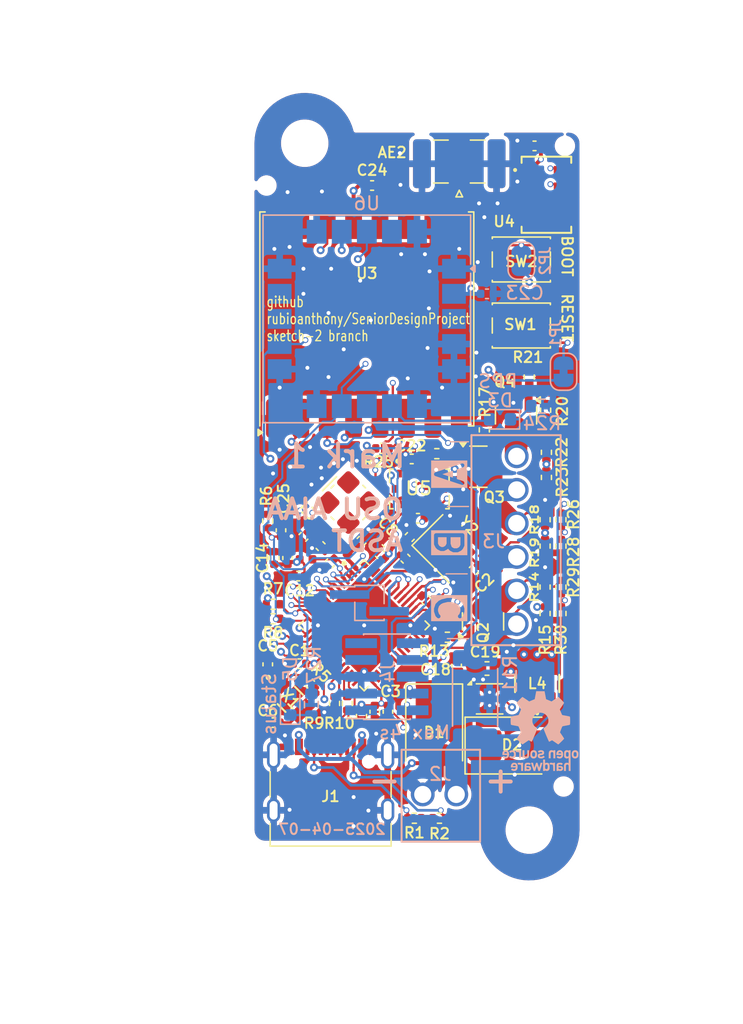
<source format=kicad_pcb>
(kicad_pcb (version 20241229) (generator "pcbnew") (generator_version "9.0")
  (layers (0 "F.Cu" signal) (4 "In1.Cu" signal) (6 "In2.Cu" signal) (2 "B.Cu" signal) (13 "F.Paste" user) (15 "B.Paste" user) (5 "F.SilkS" user "F.Silkscreen") (7 "B.SilkS" user "B.Silkscreen") (1 "F.Mask" user) (3 "B.Mask" user) (25 "Edge.Cuts" user))
  (net 0 "")
  (net 1 "Net-(AE1-A)")
  (net 2 "GND")
  (net 3 "+3V3")
  (net 4 "Net-(U1-XTAL_N)")
  (net 5 "Net-(U1-VDD3P3)")
  (net 6 "Net-(U1-XTAL_32K_P)")
  (net 7 "Net-(U1-XTAL_32K_N)")
  (net 8 "Net-(C10-Pad1)")
  (net 9 "/WiFi Antenna/LNA_IN")
  (net 10 "/BOOT")
  (net 11 "Net-(C17-Pad1)")
  (net 12 "+BATT")
  (net 13 "/USB_D+")
  (net 15 "Net-(J1-CC1)")
  (net 16 "/USB_D-")
  (net 18 "Net-(J1-CC2)")
  (net 19 "/Pyro Channel1/Pyro Pin")
  (net 20 "Net-(JP1-A)")
  (net 21 "/MTCK")
  (net 22 "/BATTERY_SENSE")
  (net 23 "Net-(JP2-A)")
  (net 24 "Net-(U2-SW)")
  (net 25 "Net-(Q2-G)")
  (net 26 "Net-(U1-XTAL_P)")
  (net 28 "/SDA")
  (net 32 "/SCL")
  (net 34 "/FSPICS0")
  (net 35 "/FSPID")
  (net 43 "/CURRENT_SENSE")
  (net 44 "/FSPIQ")
  (net 45 "/Interrupt")
  (net 46 "/~{RESET}")
  (net 47 "/MTDI")
  (net 50 "/MTDO")
  (net 51 "Net-(D1-A)")
  (net 53 "/RADIO_RST")
  (net 54 "/FSPICLK")
  (net 55 "/MTMS")
  (net 57 "/Sense 1")
  (net 59 "/Sense 2")
  (net 61 "/Sense 3")
  (net 62 "/Pyro GPIO 1")
  (net 63 "/Pyro GPIO 2")
  (net 65 "/Pyro GPIO 3")
  (net 67 "Net-(AE2-A)")
  (net 74 "/Pyro Channel2/Pyro Pin")
  (net 75 "/Pyro Channel3/Pyro Pin")
  (net 76 "Net-(Q3-G)")
  (net 77 "Net-(Q4-G)")
  (net 78 "Net-(U1-GPIO19)")
  (net 79 "Net-(U1-GPIO20)")
  (net 80 "/GPS_Reset")
  (net 81 "+VDC")
  (net 82 "Net-(J5-Pin_1)")
  (net 83 "Net-(J5-Pin_2)")
  (net 84 "Net-(J3-Pin_1)")
  (net 85 "Net-(D3-A)")
  (net 86 "Net-(D3-K)")
  (net 87 "Net-(D5-K)")
  (net 88 "/POWER_LED")
  (net 94 "/~{ACCELEROMETER_CS}")
  (net 95 "/~{GYRO_CS}")
  (footprint "NR3015T:IND_TAIYO_NR3015_TAY" (layer "F.Cu") (at 96.6 101.9 90)
    (property "Reference" "L4")
    (property "Value" "2.2uH")
  )
  (footprint "S3FH4R2:QFN40P700X700X90-57N" (layer "F.Cu") (at 83.5 97.5 -45)
    (property "Reference" "U1" (hide yes))
    (property "Value" "ESP32-S3FH4R2")
  )
  (footprint "Capacitor_SMD:C_0402_1005Metric" (layer "F.Cu") (at 84.3 104.04 -90)
    (property "Reference" "C7" (hide yes))
    (property "Value" "1uF")
  )
  (footprint "Inductor_SMD:L_0402_1005Metric" (layer "F.Cu") (at 80.2 90.1 135)
    (property "Reference" "L3")
    (property "Value" "2.0nH")
  )
  (footprint "Resistor_SMD:R_0402_1005Metric" (layer "F.Cu") (at 98.4 96.6 -90)
    (property "Reference" "R30")
    (property "Value" "10k")
  )
  (footprint "Connector_Coaxial:SMA_Samtec_SMA-J-P-H-ST-EM1_EdgeMount" (layer "F.Cu") (at 90.7 62.3 90)
    (property "Reference" "AE2")
    (property "Value" "Antenna_Shield")
  )
  (footprint "Resistor_SMD:R_0402_1005Metric" (layer "F.Cu") (at 97.3 84.4 -90)
    (property "Reference" "R22")
    (property "Value" "33k")
  )
  (footprint "Crystal:Crystal_SMD_3225-4Pin_3.2x2.5mm" (layer "F.Cu") (at 89.7 91.7 -45)
    (property "Reference" "Y2")
    (property "Value" "Crystal_GND23")
  )
  (footprint "Resistor_SMD:R_0402_1005Metric" (layer "F.Cu") (at 76.6 97)
    (property "Reference" "R8")
    (property "Value" "10k")
  )
  (footprint "Resistor_SMD:R_0402_1005Metric" (layer "F.Cu") (at 98.4 94.6 -90)
    (property "Reference" "R29")
    (property "Value" "33k")
  )
  (footprint "Capacitor_SMD:C_0402_1005Metric" (layer "F.Cu") (at 87.1 84.9 180)
    (property "Reference" "C22")
    (property "Value" "100nF")
  )
  (footprint "Capacitor_SMD:C_0402_1005Metric" (layer "F.Cu") (at 76.64 104.86 180)
    (property "Reference" "C6")
    (property "Value" "20p")
  )
  (footprint "Package_SON:WSON-8-1EP_2x2mm_P0.5mm_EP0.9x1.6mm_ThermalVias" (layer "F.Cu") (at 93 103.0667)
    (property "Reference" "U2" (hide yes))
    (property "Value" "TPS62162DSG")
  )
  (footprint "Capacitor_SMD:C_0402_1005Metric" (layer "F.Cu") (at 86.63 92.45 -45)
    (property "Reference" "R4" (hide yes))
    (property "Value" "24nH")
  )
  (footprint "Resistor_SMD:R_0402_1005Metric" (layer "F.Cu") (at 76.6 95.9)
    (property "Reference" "R7")
    (property "Value" "10k")
  )
  (footprint "Resistor_SMD:R_0402_1005Metric" (layer "F.Cu") (at 92.6 82.7 90)
    (property "Reference" "R17")
    (property "Value" "10k")
  )
  (footprint "MountingHole:ToolingHole_1.152mm" (layer "F.Cu") (at 76.1 64.2)
    (property "Reference" "REF**" (hide yes))
    (property "Value" "ToolingHole_1.152mm")
  )
  (footprint "Resistor_SMD:R_0402_1005Metric" (layer "F.Cu") (at 89.8 98.4 180)
    (property "Reference" "R13")
    (property "Value" "10k")
  )
  (footprint "Button_Switch_SMD:SW_SPST_PTS810" (layer "F.Cu") (at 95.4 69.8 180)
    (property "Reference" "SW2")
    (property "Value" "SW_Push")
  )
  (footprint "Capacitor_SMD:C_0402_1005Metric" (layer "F.Cu") (at 84.7 92.1 135)
    (property "Reference" "C4" (hide yes))
    (property "Value" "10nF")
  )
  (footprint "Resistor_SMD:R_0402_1005Metric" (layer "F.Cu") (at 97.3 86.3 -90)
    (property "Reference" "R23")
    (property "Value" "5.1k")
  )
  (footprint "Package_TO_SOT_SMD:SOT-23" (layer "F.Cu") (at 92.15 85.49)
    (property "Reference" "Q3")
    (property "Value" "IRLML0030")
  )
  (footprint "Resistor_SMD:R_0402_1005Metric" (layer "F.Cu") (at 98.4 89.5 -90)
    (property "Reference" "R26")
    (property "Value" "33k")
  )
  (footprint "Resistor_SMD:R_0402_1005Metric" (layer "F.Cu") (at 81.26 103.41 90)
    (property "Reference" "R9")
    (property "Value" "22")
  )
  (footprint "Capacitor_SMD:C_0402_1005Metric" (layer "F.Cu") (at 76.2 100.45 90)
    (property "Reference" "C5")
    (property "Value" "20p")
  )
  (footprint "Resistor_SMD:R_0402_1005Metric" (layer "F.Cu") (at 87.3 112.1)
    (property "Reference" "R1")
    (property "Value" "5.1k")
  )
  (footprint "Diode_SMD:D_SMB" (layer "F.Cu") (at 88.8 105.6 -90)
    (property "Reference" "D1")
    (property "Value" "VS-10BQ015HM3/5BT")
  )
  (footprint "Resistor_SMD:R_0402_1005Metric" (layer "F.Cu") (at 97.2 91.5 -90)
    (property "Reference" "R19")
    (property "Value" "5.1k")
  )
  (footprint "Capacitor_SMD:C_0402_1005Metric" (layer "F.Cu") (at 84.1 64.2)
    (property "Reference" "C24")
    (property "Value" "1uF")
  )
  (footprint "Resistor_SMD:R_0402_1005Metric" (layer "F.Cu") (at 82.22 103.41 -90)
    (property "Reference" "R10")
    (property "Value" "22")
  )
  (footprint "Capacitor_SMD:C_0402_1005Metric" (layer "F.Cu") (at 78.51 93.77 180)
    (property "Reference" "C12")
    (property "Value" "100nF")
  )
  (footprint "Resistor_SMD:R_0402_1005Metric" (layer "F.Cu") (at 84.89 84.1)
    (property "Reference" "R25")
    (property "Value" "100k")
  )
  (footprint "Package_TO_SOT_SMD:SOT-23" (layer "F.Cu") (at 95 81.6 -90)
    (property "Reference" "Q4")
    (property "Value" "IRLML0030")
  )
  (footprint "Resistor_SMD:R_0402_1005Metric" (layer "F.Cu") (at 96 78.7 90)
    (property "Reference" "R21")
    (property "Value" "10k")
  )
  (footprint "Capacitor_SMD:C_0402_1005Metric" (layer "F.Cu") (at 78.6 100.4 180)
    (property "Reference" "C1")
    (property "Value" "100nF")
  )
  (footprint "Connector_USB:USB_C_Receptacle_G-Switch_GT-USB-7010ASV" (layer "F.Cu") (at 80.96 110.425)
    (property "Reference" "J1")
    (property "Value" "USB_C_Receptacle_USB2.0_16P")
  )
  (footprint "MountingHole:ToolingHole_1.152mm" (layer "F.Cu") (at 98.7 61.2)
    (property "Reference" "REF**" (hide yes))
    (property "Value" "ToolingHole_1.152mm")
  )
  (footprint "Inductor_SMD:L_0402_1005Metric" (layer "F.Cu") (at 79.1 92.5 180)
    (property "Reference" "L1" (hide yes))
    (property "Value" "2.0nH")
  )
  (footprint "Capacitor_SMD:C_0402_1005Metric" (layer "F.Cu") (at 88.2 95.6 -45)
    (property "Reference" "C9" (hide yes))
    (property "Value" "100nF")
  )
  (footprint "Capacitor_SMD:C_0402_1005Metric" (layer "F.Cu") (at 78.9 90.8 -135)
    (property "Reference" "C17" (hide yes))
    (property "Value" "100nF")
  )
  (footprint "Resistor_SMD:R_0402_1005Metric" (layer "F.Cu") (at 89.2 112.1 180)
    (property "Reference" "R2")
    (property "Value" "5.1k")
  )
  (footprint "Capacitor_SMD:C_0402_1005Metric" (layer "F.Cu") (at 77.2 90.3 90)
    (property "Reference" "C25")
    (property "Value" "1uF")
  )
  (footprint "Capacitor_SMD:C_0402_1005Metric" (layer "F.Cu") (at 86.95 90.81 45)
    (property "Reference" "C10" (hide yes))
    (property "Value" "15p")
  )
  (footprint "Resistor_SMD:R_0402_1005Metric" (layer "F.Cu") (at 97.2 96.6 -90)
    (property "Reference" "R15")
    (property "Value" "5.1k")
  )
  (footprint "Button_Switch_SMD:SW_SPST_PTS810" (layer "F.Cu") (at 95.4 74.8)
    (property "Reference" "SW1")
    (property "Value" "SW_Push")
  )
  (footprint "Capacitor_SMD:C_0402_1005Metric" (layer "F.Cu") (at 80.2 91.5 135)
    (property "Reference" "C16" (hide yes))
    (property "Value" "100nF")
  )
  (footprint "Capacitor_SMD:C_0402_1005Metric" (layer "F.Cu") (at 79.4 101.9 -45)
    (property "Reference" "R5")
    (property "Value" "TBD")
  )
  (footprint "MountingHole:ToolingHole_1.152mm" (layer "F.Cu") (at 98.6 109.7)
    (property "Reference" "REF**" (hide yes))
    (property "Value" "ToolingHole_1.152mm")
  )
  (footprint "asdt-4:PQFN50P450X300X100-16N" (layer "F.Cu") (at 87.68 87.17)
    (property "Reference" "U5")
    (property "Value" "BMI088")
  )
  (footprint "Resistor_SMD:R_0402_1005Metric" (layer "F.Cu") (at 97.24 81.21 90)
    (property "Reference" "R20")
    (property "Value" "470")
  )
  (footprint "MS56:SON8_MS5611_TEC" (layer "F.Cu") (at 97.3 64.9)
    (property "Reference" "U4")
    (property "Value" "MS560702BA03-50")
  )
  (footprint "Resistor_SMD:R_0402_1005Metric" (layer "F.Cu") (at 89 84.5)
    (property "Reference" "R16" (hide yes))
    (property "Value" "470")
  )
  (footprint "Package_TO_SOT_SMD:SOT-23" (layer "F.Cu") (at 92.5 97.2 90)
    (property "Reference" "Q2")
    (property "Value" "IRLML0030")
  )
  (footprint "Capacitor_SMD:C_0402_1005Metric" (layer "F.Cu") (at 96.4 61.2 180)
    (property "Reference" "C20" (hide yes))
    (property "Value" "100nF")
  )
  (footprint "Capacitor_SMD:C_0402_1005Metric" (layer "F.Cu") (at 90.5 100.55 90)
    (property "Reference" "C18")
    (property "Value" "10uF")
  )
  (footprint "Resistor_SMD:R_0402_1005Metric" (layer "F.Cu") (at 98.4 91.5 -90)
    (property "Reference" "R28")
    (property "Value" "10k")
  )
  (footprint "Capacitor_SMD:C_0402_1005Metric" (layer "F.Cu") (at 85.2 91.22 135)
    (property "Reference" "C8")
    (property "Value" "1uF")
  )
  (footprint "Capacitor_SMD:C_0402_1005Metric" (layer "F.Cu") (at 76.69 92.4 90)
    (property "Reference" "C14")
    (property "Value" "10uF")
  )
  (footprint "Capacitor_SMD:C_0603_1608Metric" (layer "F.Cu") (at 92.8 100.7667 180)
    (property "Reference" "C19")
    (property "Value" "22uF")
  )
  (footprint "MountingHole:MountingHole_3.2mm_M3" (layer "F.Cu") (at 79 61)
    (property "Reference" "REF**" (hide yes))
    (property "Value" "MountingHole_3.2mm_M3")
  )
  (footprint "Diode_SMD:D_SMB" (layer "F.Cu") (at 94.8 106.6)
    (property "Reference" "D2")
    (property "Value" "VS-10BQ015HM3/5BT")
  )
  (footprint "Capacitor_SMD:C_0402_1005Metric" (layer "F.Cu") (at 85.3 104.04 -90)
    (property "Reference" "C3")
    (property "Value" "100nF")
  )
  (footprint "Capacitor_SMD:C_0402_1005Metric" (layer "F.Cu") (at 91.8 93.3 45)
    (property "Reference" "C2")
    (property "Value" "15p")
  )
  (footprint "Capacitor_SMD:C_0402_1005Metric" (layer "F.Cu") (at 77.7 92.4 90)
    (property "Reference" "C13" (hide yes))
    (property "Value" "1uF")
  )
  (footprint "FC-135:XTAL_FC-135_EPS" (layer "F.Cu") (at 77.9 103.1 -45)
    (property "Reference" "X1")
    (property "Value" "FC-135 32.7680KA-A5")
  )
  (footprint "Resistor_SMD:R_0402_1005Metric" (layer "F.Cu") (at 76.2 89.6 -90)
    (property "Reference" "R6")
    (property "Value" "10k")
  )
  (footprint "RF_Module:HOPERF_RFM9XW_SMD" (layer "F.Cu") (at 83.7 74.3 90)
    (property "Reference" "U3")
    (property "Value" "RFM95W-868S2")
  )
  (footprint "Resistor_SMD:R_0402_1005Metric" (layer "F.Cu") (at 97.2 94.6 -90)
    (property "Reference" "R14")
    (property "Value" "33k")
  )
  (footprint "Capacitor_SMD:C_0402_1005Metric" (layer "F.Cu") (at 83.3 91.1 45)
    (property "Reference" "C15" (hide yes))
    (property "Value" "100nF")
  )
  (footprint "RF_Antenna:Molex_47948-0001_2.4Ghz" (layer "F.Cu") (at 82.3 88.2 135)
    (property "Reference" "AE1" (hide yes))
    (property "Value" "Antenna_Shield")
  )
  (footprint "Capacitor_SMD:C_0402_1005Metric" (layer "F.Cu") (at 80.9 92.8 -135)
    (property "Reference" "C11" (hide yes))
    (property "Value" "100nF")
  )
  (footprint "Resistor_SMD:R_0402_1005Metric" (layer "F.Cu") (at 89.85 96.65)
    (property "Reference" "R12" (hide yes))
    (property "Value" "470")
  )
  (footprint "Resistor_SMD:R_0402_1005Metric" (layer "F.Cu") (at 97.2 89.5 -90)
    (property "Reference" "R18")
    (property "Value" "33k")
  )
  (footprint "Capacitor_SMD:C_0402_1005Metric" (layer "F.Cu") (at 87.57 89.39 180)
    (property "Reference" "C21" (hide yes))
    (property "Value" "100nF")
  )
  (footprint "Resistor_SMD:R_0402_1005Metric" (layer "F.Cu") (at 83.3 104.4 90)
    (property "Reference" "R3" (hide yes))
    (property "Value" "100k")
  )
  (footprint "MountingHole:MountingHole_3.2mm_M3" (layer "F.Cu") (at 96 113)
    (property "Reference" "REF**" (hide yes))
    (property "Value" "MountingHole_3.2mm_M3")
  )
  (footprint "Inductor_SMD:L_0402_1005Metric" (layer "F.Cu") (at 81.9 91.8 135)
    (property "Reference" "L2" (hide yes))
    (property "Value" "2.0nH")
  )
  (footprint "OSTVN06A150:CONN_OSTVN06A150_OST" (layer "B.Cu") (at 95.05 97.4 90)
    (property "Reference" "J3")
    (property "Value" "Screw_Terminal_01x06")
  )
  (footprint "Capacitor_SMD:C_0402_1005Metric" (layer "B.Cu") (at 92.8 72.4 180)
    (property "Reference" "C23")
    (property "Value" "100nF")
  )
  (footprint "OSTVN02A150:CONN_OSTVN02A150_OST" (layer "B.Cu") (at 87.934824 110.3)
    (property "Reference" "J2")
    (property "Value" "Screw_Terminal_01x02")
  )
  (footprint "Connector_PinHeader_1.27mm:PinHeader_2x05_P1.27mm_Vertical_SMD" (layer "B.Cu") (at 85.22 101.39)
    (property "Reference" "J4")
    (property "Value" "Conn_ARM_JTAG_SWD_10")
  )
  (footprint "Symbol:OSHW-Logo_5.7x6mm_SilkScreen" (layer "B.Cu") (at 96.85 105.5 180)
    (property "Reference" "REF**" (hide yes))
    (property "Value" "OSHW-Logo_5.7x6mm_SilkScreen" (hide yes))
  )
  (footprint "Resistor_SMD:R_0603_1608Metric" (layer "B.Cu") (at 79.5 103.5 90)
    (property "Reference" "R27")
    (property "Value" "R_Small")
  )
  (footprint "Jumper:SolderJumper-2_P1.3mm_Bridged_RoundedPad1.0x1.5mm" (layer "B.Cu") (at 98.6 78.3 -90)
    (property "Reference" "JP1")
    (property "Value" "SolderJumper_2_Bridged")
  )
  (footprint "RF_GPS:ublox_SAM-M8Q" (layer "B.Cu") (at 83.7 74.3 180)
    (property "Reference" "U6")
    (property "Value" "SAM-M10Q")
  )
  (footprint "Resistor_SMD:R_0603_1608Metric" (layer "B.Cu") (at 96.975 80.9)
    (property "Reference" "R24")
    (property "Value" "R_Small")
  )
  (footprint "LED_SMD:LED_0603_1608Metric" (layer "B.Cu") (at 77.9 103.5 90)
    (property "Reference" "D5")
    (property "Value" "LED")
  )
  (footprint "LED_SMD:LED_0603_1608Metric" (layer "B.Cu") (at 93.7875 81.9 180)
    (property "Reference" "D3")
    (property "Value" "LED")
  )
  (footprint "Resistor_SMD:R_2512_6332Metric" (layer "B.Cu") (at 91.9 102.95 90)
    (property "Reference" "R11")
    (property "Value" "1")
  )
  (footprint "Jumper:SolderJumper-2_P1.3mm_Bridged_RoundedPad1.0x1.5mm" (layer "B.Cu") (at 95.4 69.9 -90)
    (property "Reference" "JP2")
    (property "Value" "SolderJumper_2_Bridged")
  )
  (footprint "Connector_PinHeader_1.27mm:PinHeader_1x02_P1.27mm_Vertical_SMD_Pin1Right" (layer "B.Cu") (at 83.9 95.8 180)
    (property "Reference" "J5" (hide yes))
    (property "Value" "Conn_01x02")
  )
  (gr_arc (start 81.385581 91.313598) (mid 81.3 90.9) (end 81.504371 90.530378) (stroke (width 0.3493)) (layer "F.Cu") (net 1))
  (gr_line (start 91.4 98.5) (end 89.8 98.5) (stroke (width 0.1)) (layer "B.SilkS"))
  (gr_line (start 91.3 93.6) (end 89.7 93.6) (stroke (width 0.1)) (layer "B.SilkS"))
  (gr_line (start 91.4 83.6) (end 89.8 83.6) (stroke (width 0.1)) (layer "B.SilkS"))
  (gr_line (start 91.4 88.5) (end 89.8 88.5) (stroke (width 0.1)) (layer "B.SilkS"))
  (gr_line (start 82.88057 60) (end 99.000139 60) (stroke (width 0.001)) (layer "Edge.Cuts"))
  (gr_line (start 100.000139 60.999861) (end 100.007346 113) (stroke (width 0.001)) (layer "Edge.Cuts"))
  (gr_line (start 92.119569 113.999999) (end 76 114) (stroke (width 0.001)) (layer "Edge.Cuts"))
  (gr_arc (start 100.007346 113) (mid 96.504019 116.975523) (end 92.119439 114.000033) (stroke (width 0.001)) (layer "Edge.Cuts"))
  (gr_arc (start 99.000139 60) (mid 99.707197 60.292844) (end 100.000139 60.999861) (stroke (width 0.001)) (layer "Edge.Cuts"))
  (gr_line (start 75 113) (end 74.992793 60.999861) (stroke (width 0.001)) (layer "Edge.Cuts"))
  (gr_arc (start 75.9999 114) (mid 75.292793 113.707107) (end 74.9999 113) (stroke (width 0.001)) (layer "Edge.Cuts"))
  (gr_arc (start 74.992654 61) (mid 78.495998 57.024474) (end 82.88057 60) (stroke (width 0.001)) (layer "Edge.Cuts"))
  (gr_text "BOOT" (at 98.4 67.9 270) (layer "F.SilkS") (effects (font (size 0.8 0.8)) (justify left bottom)))
  (gr_text "RESET" (at 98.4 72.3 270) (layer "F.SilkS") (effects (font (size 0.8 0.8)) (justify left bottom)))
  (gr_text "github\nrubioanthony/SeniorDesignProject\nsketch-2 branch" (at 76.05 76.05 0) (layer "F.SilkS") (effects (font (size 0.8 0.6) (thickness 0.1)) (justify left bottom)))
  (gr_text "Status" (at 76.9 101 90) (layer "B.SilkS") (effects (font (size 1 1)) (justify left bottom mirror)))
  (gr_text "B" (at 91.2 90 90) (layer "B.SilkS" knockout) (effects (font (size 2 2) (thickness 0.3) (bold yes)) (justify left bottom mirror)))
  (gr_text "OSU AIAA\nASDT" (at 86.6 92 0) (layer "B.SilkS") (effects (font (size 1.5 1.5) (thickness 0.3) (bold yes)) (justify left bottom mirror)))
  (gr_text "-" (at 83.6 108.3 180) (layer "B.SilkS") (effects (font (size 2 2) (thickness 0.3) (bold yes)) (justify left bottom mirror)))
  (gr_text "PPS" (at 95.2 79.6 0) (layer "B.SilkS") (effects (font (size 1 1)) (justify left bottom mirror)))
  (gr_text "2025-04-07" (at 85.2 113.4 0) (layer "B.SilkS") (effects (font (size 0.8 0.8)) (justify left bottom mirror)))
  (gr_text "A" (at 91.2 85 90) (layer "B.SilkS" knockout) (effects (font (size 2 2) (thickness 0.3) (bold yes)) (justify left bottom mirror)))
  (gr_text "Max 4s" (at 90.1 106.2 0) (layer "B.SilkS") (effects (font (size 1 1)) (justify left bottom mirror)))
  (gr_text "C" (at 91.2 95 90) (layer "B.SilkS" knockout) (effects (font (size 2 2) (thickness 0.3) (bold yes)) (justify left bottom mirror)))
  (gr_text "+" (at 92.4 108.3 180) (layer "B.SilkS") (effects (font (size 2 2) (thickness 0.3) (bold yes)) (justify left bottom mirror)))
  (gr_text "Mark 1" (at 86.8 85.7 0) (layer "B.SilkS") (effects (font (size 1.75 1.75) (thickness 0.3) (bold yes)) (justify left bottom mirror)))
  (segment (start 82.3 89.74) (end 82.3 89.72028) (width 0.1565) (layer "F.Cu") (net 1))
  (segment (start 81.504371 90.515909) (end 82.3 89.72028) (width 0.3493) (layer "F.Cu") (net 1))
  (segment (start 81.504371 90.530378) (end 81.504371 90.525629) (width 0.1565) (layer "F.Cu") (net 1))
  (segment (start 82.3 89.73) (end 82.3 89.72028) (width 0.1565) (layer "F.Cu") (net 1))
  (segment (start 80.539411 91.839411) (end 80.921769 91.457053) (width 0.3493) (layer "F.Cu") (net 1))
  (segment (start 81.509622 90.530378) (end 81.504371 90.530378) (width 0.1565) (layer "F.Cu") (net 1))
  (segment (start 80.542947 90.442947) (end 81.557053 91.457053) (width 0.3493) (layer "F.Cu") (net 1))
  (segment (start 81.504371 90.530378) (end 81.504371 90.515909) (width 0.3493) (layer "F.Cu") (net 1))
  (segment (start 80.921769 91.457053) (end 81.557053 91.457053) (width 0.3493) (layer "F.Cu") (net 1))
  (segment (start 88.6465 85.5015) (end 88.68 85.535) (width 0.175) (layer "F.Cu") (net 2))
  (segment (start 87.309411 90.450589) (end 87.309411 90.440589) (width 0.2) (layer "F.Cu") (net 2))
  (segment (start 87.289411 90.470589) (end 87.309411 90.450589) (width 0.2) (layer "F.Cu") (net 2))
  (segment (start 89.779792 95.720208) (end 90.5 95) (width 0.175) (layer "F.Cu") (net 2))
  (segment (start 87.7965 85.5015) (end 88.6465 85.5015) (width 0.175) (layer "F.Cu") (net 2))
  (segment (start 88.758614 95.720208) (end 89.779792 95.720208) (width 0.175) (layer "F.Cu") (net 2))
  (segment (start 86.62 85.2) (end 86.62 84.9) (width 0.175) (layer "F.Cu") (net 2))
  (segment (start 89.483776 90.360589) (end 89.523223 90.321142) (width 0.2) (layer "F.Cu") (net 2))
  (segment (start 86.68 86.005) (end 86.68 85.26) (width 0.175) (layer "F.Cu") (net 2))
  (segment (start 88.68 85.535) (end 88.68 86.005) (width 0.175) (layer "F.Cu") (net 2))
  (segment (start 87.389411 90.360589) (end 89.483776 90.360589) (width 0.2) (layer "F.Cu") (net 2))
  (segment (start 89.876777 93.078858) (end 90.900036 93.078858) (width 0.2) (layer "F.Cu") (net 2))
  (segment (start 87.309411 90.440589) (end 87.389411 90.360589) (width 0.2) (layer "F.Cu") (net 2))
  (segment (start 90.900036 93.078858) (end 91.460589 93.639411) (width 0.2) (layer "F.Cu") (net 2))
  (segment (start 86.68 85.26) (end 86.62 85.2) (width 0.175) (layer "F.Cu") (net 2))
  (segment (start 87.68 86.005) (end 87.68 85.618) (width 0.175) (layer "F.Cu") (net 2))
  (segment (start 88.68 86.005) (end 89.18 86.005) (width 0.175) (layer "F.Cu") (net 2))
  (segment (start 88.539411 95.939411) (end 88.758614 95.720208) (width 0.175) (layer "F.Cu") (net 2))
  (segment (start 87.68 85.618) (end 87.7965 85.5015) (width 0.175) (layer "F.Cu") (net 2))
  (via (at 86.3 69.4) (size 0.6) (drill 0.3) (layers "F.Cu" "B.Cu") (net 2))
  (via (at 92 76.85) (size 0.6) (drill 0.3) (layers "F.Cu" "B.Cu") (net 2))
  (via (at 79.2 78) (size 0.6) (drill 0.3) (layers "F.Cu" "B.Cu") (net 2))
  (via (at 82.94 85.04) (size 0.45) (drill 0.3) (layers "F.Cu" "B.Cu") (net 2))
  (via (at 77.1 84.2) (size 0.6) (drill 0.3) (layers "F.Cu" "B.Cu") (net 2))
  (via (at 91 87.2) (size 0.6) (drill 0.3) (layers "F.Cu" "B.Cu") (net 2))
  (via (at 80.8 78.7) (size 0.6) (drill 0.3) (layers "F.Cu" "B.Cu") (net 2))
  (via (at 80.29 86.36) (size 0.45) (drill 0.3) (layers "F.Cu" "B.Cu") (net 2))
  (via (at 81.89 84.92) (size 0.45) (drill 0.3) (layers "F.Cu" "B.Cu") (net 2))
  (via (at 76.6 86) (size 0.45) (drill 0.3) (layers "F.Cu" "B.Cu") (net 2))
  (via (at 80.480264 104.074525) (size 0.6) (drill 0.3) (layers "F.Cu" "B.Cu") (net 2))
  (via (at 95.1 63.9) (size 0.6) (drill 0.3) (layers "F.Cu" "B.Cu") (net 2))
  (via (at 86.8 78.8) (size 0.6) (drill 0.3) (layers "F.Cu" "B.Cu") (net 2))
  (via (at 84.41 105.7) (size 0.6) (drill 0.3) (layers "F.Cu" "B.Cu") (net 2))
  (via (at 91 89.8) (size 0.6) (drill 0.3) (layers "F.Cu" "B.Cu") (net 2))
  (via (at 96.6 91.9) (size 0.6) (drill 0.3) (layers "F.Cu" "B.Cu") (net 2))
  (via (at 87.4 105.8) (size 0.6) (drill 0.3) (layers "F.Cu" "B.Cu") (net 2))
  (via (at 79.55 91.65) (size 0.45) (drill 0.3) (layers "F.Cu" "B.Cu") (net 2))
  (via (at 77.5 105.83) (size 0.6) (drill 0.3) (layers "F.Cu" "B.Cu") (net 2))
  (via (at 78.9 72.4) (size 0.6) (drill 0.3) (layers "F.Cu" "B.Cu") (net 2))
  (via (at 88.95 85.72) (size 0.45) (drill 0.3) (layers "F.Cu" "B.Cu") (net 2))
  (via (at 92.6 66.6) (size 0.6) (drill 0.3) (layers "F.Cu" "B.Cu") (net 2))
  (via (at 76.7 69) (size 0.6) (drill 0.3) (layers "F.Cu" "B.Cu") (net 2))
  (via (at 97.2 93.1) (size 0.6) (drill 0.3) (layers "F.Cu" "B.Cu") (net 2))
  (via (at 89.4 79.5) (size 0.6) (drill 0.3) (layers "F.Cu" "B.Cu") (net 2))
  (via (at 92.1 70) (size 0.6) (drill 0.3) (layers "F.Cu" "B.Cu") (net 2))
  (via (at 88.9 93.3) (size 0.6) (drill 0.3) (layers "F.Cu" "B.Cu") (net 2))
  (via (at 80.11 93.3) (size 0.45) (drill 0.3) (layers "F.Cu" "B.Cu") (net 2))
  (via (at 86.2 61.75) (size 0.6) (drill 0.3) (layers "F.Cu" "B.Cu") (net 2))
  (via (at 77.1 79.5) (size 0.6) (drill 0.3) (layers "F.Cu" "B.Cu") (net 2))
  (via (at 77.85 111.46) (size 0.6) (drill 0.3) (layers "F.Cu" "B.Cu") (net 2))
  (via (at 82.7 112.7) (size 0.6) (drill 0.3) (layers "F.Cu" "B.Cu") (net 2))
  (via (at 80.8 73.85) (size 0.6) (drill 0.3) (layers "F.Cu" "B.Cu") (net 2))
  (via (at 78 90.75) (size 0.45) (drill 0.3) (layers "F.Cu" "B.Cu") (net 2))
  (via (at 83.5 101) (size 0.6) (drill 0.3) (layers "F.Cu" "B.Cu") (net 2))
  (via (at 84 74.4) (size 0.6) (drill 0.3) (layers "F.Cu" "B.Cu") (net 2))
  (via (at 80 97.5) (size 0.6) (drill 0.3) (layers "F.Cu" "B.Cu") (net 2))
  (via (at 91.8 101.6) (size 0.6) (drill 0.3) (layers "F.Cu" "B.Cu") (net 2))
  (via (at 95.1 60.8) (size 0.6) (drill 0.3) (layers "F.Cu" "B.Cu") (net 2))
  (via (at 92.2 65.55) (size 0.6) (drill 0.3) (layers "F.Cu" "B.Cu") (net 2))
  (via (at 96.5 97.1) (size 0.6) (drill 0.3) (layers "F.Cu" "B.Cu") (net 2))
  (via (at 79.51 86.84) (size 0.45) (drill 0.3) (layers "F.Cu" "B.Cu") (net 2))
  (via (at 91.4 85.65) (size 0.6) (drill 0.3) (layers "F.Cu" "B.Cu") (net 2))
  (via (at 80.23 85.56) (size 0.45) (drill 0.3) (layers "F.Cu" "B.Cu") (net 2))
  (via (at 76.05 94.65) (size 0.6) (drill 0.3) (layers "F.Cu" "B.Cu") (net 2))
  (via (at 83.5 97.5) (size 0.6) (drill 0.3) (layers "F.Cu" "B.Cu") (net 2))
  (via (at 85.4 102.4) (size 0.6) (drill 0.3) (layers "F.Cu" "B.Cu") (net 2))
  (via (at 83.2 71.4) (size 0.6) (drill 0.3) (layers "F.Cu" "B.Cu") (net 2))
  (via (at 91.95 78.65) (size 0.6) (drill 0.3) (layers "F.Cu" "B.Cu") (net 2))
  (via (at 93.6 65.55) (size 0.6) (drill 0.3) (layers "F.Cu" "B.Cu") (net 2))
  (via (at 77.9 85.5) (size 0.6) (drill 0.3) (layers "F.Cu" "B.Cu") (net 2))
  (via (at 77.85 68.85) (size 0.6) (drill 0.3) (layers "F.Cu" "B.Cu") (net 2))
  (via (at 93.3 80.6) (size 0.6) (drill 0.3) (layers "F.Cu" "B.Cu") (net 2))
  (via (at 80.3 64.65) (size 0.6) (drill 0.3) (layers "F.Cu" "B.Cu") (net 2))
  (via (at 88.45 70.7) (size 0.6) (drill 0.3) (layers "F.Cu" "B.Cu") (net 2))
  (via (at 88.1 69.4) (size 0.6) (drill 0.3) (layers "F.Cu" "B.Cu") (net 2))
  (via (at 88.85 97.75) (size 0.6) (drill 0.3) (layers "F.Cu" "B.Cu") (net 2))
  (via (at 94.3 99.5) (size 0.6) (drill 0.3) (layers "F.Cu" "B.Cu") (net 2))
  (via (at 84.9 89.3) (size 0.6) (drill 0.3) (layers "F.Cu" "B.Cu") (net 2))
  (via (at 83.82 90.22) (size 0.45) (drill 0.3) (layers "F.Cu" "B.Cu") (net 2))
  (via (at 83.5 94) (size 0.6) (drill 0.3) (layers "F.Cu" "B.Cu") (net 2))
  (via (at 77.5 100.4) (size 0.6) (drill 0.3) (layers "F.Cu" "B.Cu") (net 2))
  (via (at 88.4 73.5) (size 0.6) (drill 0.3) (layers "F.Cu" "B.Cu") (net 2))
  (via (at 81.21 85.23) (size 0.45) (drill 0.3) (layers "F.Cu" "B.Cu") (net 2))
  (via (at 88.3 76.5) (size 0.6) (drill 0.3) (layers "F.Cu" "B.Cu") (net 2))
  (via (at 94.8 80.65) (size 0.6) (drill 0.3) (layers "F.Cu" "B.Cu") (net 2))
  (via (at 97.2 88) (size 0.6) (drill 0.3) (layers "F.Cu" "B.Cu") (net 2))
  (via (at 86.7 89.9) (size 0.6) (drill 0.3) (layers "F.Cu" "B.Cu") (net 2))
  (via (at 94.9 108.8) (size 0.6) (drill 0.3) (layers "F.Cu" "B.Cu") (net 2))
  (via (at 86.25 64.15) (size 0.6) (drill 0.3) (layers "F.Cu" "B.Cu") (net 2))
  (via (at 81 70.5) (size 0.6) (drill 0.3) (layers "F.Cu" "B.Cu") (net 2))
  (via (at 79.4 84) (size 0.6) (drill 0.3) (layers "F.Cu" "B.Cu") (net 2))
  (via (at 90.7 69) (size 0.6) (drill 0.3) (layers "F.Cu" "B.Cu") (net 2))
  (via (at 87 97.5) (size 0.6) (drill 0.3) (layers "F.Cu" "B.Cu") (net 2))
  (via (at 81.95 76.6) (size 0.6) (drill 0.3) (layers "F.Cu" "B.Cu") (net 2))
  (via (at 90 89.2) (size 0.6) (drill 0.3) (layers "F.Cu" "B.Cu") (net 2))
  (via (at 78.9 70.5) (size 0.6) (drill 0.3) (layers "F.Cu" "B.Cu") (net 2))
  (via (at 76.1 103.65) (size 0.6) (drill 0.3) (layers "F.Cu" "B.Cu") (net 2))
  (via (at 82.7 110.5) (size 0.6) (drill 0.3) (layers "F.Cu" "B.Cu") (net 2))
  (via (at 90.25 94.25) (size 0.6) (drill 0.3) (layers "F.Cu" "B.Cu") (net 2))
  (via (at 92.5 101.6) (size 0.6) (drill 0.3) (layers "F.Cu" "B.Cu") (net 2))
  (via (at 86.63 84.56) (size 0.45) (drill 0.3) (layers "F.Cu" "B.Cu") (net 2))
  (via (at 77.7 64.7) (size 0.6) (drill 0.3) (layers "F.Cu" "B.Cu") (net 2))
  (via (at 83.82 111.52) (size 0.6) (drill 0.3) (layers "F.Cu" "B.Cu") (net 2))
  (via (at 94.8 99) (size 0.6) (drill 0.3) (layers "F.Cu" "B.Cu") (net 2))
  (segment (start 78.4 92.7) (end 78.4 92.9) (width 0.175) (layer "F.Cu") (net 3))
  (segment (start 76.09 95.557678) (end 76.09 95.9) (width 0.3) (layer "F.Cu") (net 3))
  (segment (start 83.9 84.1) (end 83.7 83.9) (width 0.175) (layer "F.Cu") (net 3))
  (segment (start 86.918861 96.061038) (end 87.71931 95.260589) (width 0.175) (layer "F.Cu") (net 3))
  (segment (start 87.177423 86.002423) (end 87.177423 85.002577) (width 0.3) (layer "F.Cu") (net 3))
  (segment (start 79.758956 100.392516) (end 80.646824 99.504648) (width 0.175) (layer "F.Cu") (net 3))
  (segment (start 78.99 93.77) (end 78.98 93.76) (width 0.175) (layer "F.Cu") (net 3))
  (segment (start 96.2 62.9) (end 96.2 63.025) (width 0.3) (layer "F.Cu") (net 3))
  (segment (start 87.58 84.9) (end 87.28 84.6) (width 0.3) (layer "F.Cu") (net 3))
  (segment (start 88.7 94.8) (end 88.321178 94.8) (width 0.175) (layer "F.Cu") (net 3))
  (segment (start 78.98 93.76) (end 78.98 92.935) (width 0.175) (layer "F.Cu") (net 3))
  (segment (start 85.6 91.83) (end 85.6 91.62) (width 0.175) (layer "F.Cu") (net 3))
  (segment (start 79.725528 100.267488) (end 79.717155 100.259115) (width 0.175) (layer "F.Cu") (net 3))
  (segment (start 84.373277 93.515453) (end 84.090434 93.232611) (width 0.175) (layer "F.Cu") (net 3))
  (segment (start 85.36 92.118822) (end 85.039411 92.439411) (width 0.175) (layer "F.Cu") (net 3))
  (segment (start 96.2 63.025) (end 96.2 64.275) (width 0.3) (layer "F.Cu") (net 3))
  (segment (start 79.725528 100.392516) (end 79.758956 100.392516) (width 0.175) (layer "F.Cu") (net 3))
  (segment (start 78.65 88.8) (end 78.36 89.09) (width 0.15) (layer "F.Cu") (net 3))
  (segment (start 85.3 103.56) (end 84.8 103.56) (width 0.175) (layer "F.Cu") (net 3))
  (segment (start 96.88 62.22) (end 96.2 62.9) (width 0.3) (layer "F.Cu") (net 3))
  (segment (start 84.8 102.5) (end 84.8 103.24) (width 0.175) (layer "F.Cu") (net 3))
  (segment (start 77.88 92.7) (end 77.7 92.88) (width 0.3) (layer "F.Cu") (net 3))
  (segment (start 79.64487 100.259115) (end 79.603985 100.3) (width 0.175) (layer "F.Cu") (net 3))
  (segment (start 88.321178 94.8) (end 87.860589 95.260589) (width 0.175) (layer "F.Cu") (net 3))
  (segment (start 94.697652 103.699658) (end 94.314694 103.3167) (width 0.15) (layer "F.Cu") (net 3))
  (segment (start 78.98 92.935) (end 78.945 92.9) (width 0.175) (layer "F.Cu") (net 3))
  (segment (start 83.1 64.2) (end 83.62 64.2) (width 0.3) (layer "F.Cu") (net 3))
  (segment (start 78.945 92.83) (end 78.615 92.5) (width 0.175) (layer "F.Cu") (net 3))
  (segment (start 87.71931 95.260589) (end 87.860589 95.260589) (width 0.175) (layer "F.Cu") (net 3))
  (segment (start 85.36 92.07) (end 85.6 91.83) (width 0.175) (layer "F.Cu") (net 3))
  (segment (start 87.28 84) (end 87.35 83.93) (width 0.3) (layer "F.Cu") (net 3))
  (segment (start 88.05 89.21) (end 88.18 89.08) (width 0.3) (layer "F.Cu") (net 3))
  (segment (start 79.28 100.4) (end 79.08 100.4) (width 0.175) (layer "F.Cu") (net 3))
  (segment (start 79.603985 100.3) (end 79.38 100.3) (width 0.175) (layer "F.Cu") (net 3))
  (segment (start 88.18 89.08) (end 88.18 88.335) (width 0.3) (layer "F.Cu") (net 3))
  (segment (start 96.2 64.275) (end 97.0171 65.0921) (width 0.3) (layer "F.Cu") (net 3))
  (segment (start 85.36 92.07) (end 85.36 92.118822) (width 0.175) (layer "F.Cu") (net 3))
  (segment (start 87.177423 85.002577) (end 87.28 84.9) (width 0.3) (layer "F.Cu") (net 3))
  (segment (start 94.314694 103.3167) (end 93.95 103.3167) (width 0.15) (layer "F.Cu") (net 3))
  (segment (start 88.05 89.39) (end 88.05 89.21) (width 0.3) (layer "F.Cu") (net 3))
  (segment (start 76.208413 95.439265) (end 76.09 95.557678) (width 0.3) (layer "F.Cu") (net 3))
  (segment (start 76.09 97) (end 76.09 95.9) (width 0.3) (layer "F.Cu") (net 3))
  (segment (start 84.090434 101.767389) (end 84.090434 101.790434) (width 0.175) (layer "F.Cu") (net 3))
  (segment (start 87.95 89.6) (end 87.89 89.66) (width 0.3) (layer "F.Cu") (net 3))
  (segment (start 88.05 89.39) (end 87.95 89.49) (width 0.3) (layer "F.Cu") (net 3))
  (segment (start 82.7 66.775) (end 82.7 64.6) (width 0.3) (layer "F.Cu") (net 3))
  (segment (start 87.18 86.005) (end 87.177423 86.002423) (width 0.3) (layer "F.Cu") (net 3))
  (segment (start 84.3 103.56) (end 83.36 103.56) (width 0.175) (layer "F.Cu") (net 3))
  (segment (start 78.4 92.7) (end 77.88 92.7) (width 0.3) (layer "F.Cu") (net 3))
  (segment (start 85.039411 92.439411) (end 84.883634 92.439411) (width 0.175) (layer "F.Cu") (net 3))
  (segment (start 97.0171 65.0921) (end 97.0171 65.9579) (width 0.3) (layer "F.Cu") (net 3))
  (segment (start 84.8 103.56) (end 84.8 103.4) (width 0.175) (layer "F.Cu") (net 3))
  (segment (start 78.36 89.09) (end 76.2 89.09) (width 0.15) (layer "F.Cu") (net 3))
  (segment (start 87.28 84.6) (end 87.28 84) (width 0.3) (layer "F.Cu") (net 3))
  (segment (start 84.883634 92.439411) (end 84.090434 93.232611) (width 0.175) (layer "F.Cu") (net 3))
  (segment (start 97.0171 65.9579) (end 96.2 66.775) (width 0.3) (layer "F.Cu") (net 3))
  (segment (start 83.3 103.89) (end 83.3 103.5) (width 0.175) (layer "F.Cu") (net 3))
  (segment (start 78.945 92.9) (end 78.945 92.83) (width 0.175) (layer "F.Cu") (net 3))
  (segment (start 83.36 103.56) (end 83.3 103.5) (width 0.175) (layer "F.Cu") (net 3))
  (segment (start 87.28 84.9) (end 87.58 84.9) (width 0.3) (layer "F.Cu") (net 3))
  (segment (start 79.725528 100.392516) (end 79.725528 100.267488) (width 0.175) (layer "F.Cu") (net 3))
  (segment (start 87.95 89.49) (end 87.95 89.6) (width 0.3) (layer "F.Cu") (net 3))
  (segment (start 84.8 103.4) (end 84.8 103.24) (width 0.175) (layer "F.Cu") (net 3))
  (segment (start 79.38 100.3) (end 79.28 100.4) (width 0.175) (layer "F.Cu") (net 3))
  (segment (start 79.717155 100.259115) (end 79.64487 100.259115) (width 0.175) (layer "F.Cu") (net 3))
  (segment (start 96.88 61.2) (end 96.88 62.22) (width 0.3) (layer "F.Cu") (net 3))
  (segment (start 78.4 92.9) (end 78.615 92.685) (width 0.175) (layer "F.Cu") (net 3))
  (segment (start 78.615 92.685) (end 78.615 92.5) (width 0.175) (layer "F.Cu") (net 3))
  (segment (start 77.7 92.88) (end 76.69 92.88) (width 0.3) (layer "F.Cu") (net 3))
  (segment (start 85.6 91.62) (end 85.539411 91.559411) (width 0.175) (layer "F.Cu") (net 3))
  (segment (start 84.8 103.56) (end 84.3 103.56) (width 0.175) (layer "F.Cu") (net 3))
  (segment (start 82.7 64.6) (end 83.1 64.2) (width 0.3) (layer "F.Cu") (net 3))
  (segment (start 84.38 84.1) (end 83.9 84.1) (width 0.175) (layer "F.Cu") (net 3))
  (segment (start 84.090434 101.790434) (end 84.8 102.5) (width 0.175) (layer "F.Cu") (net 3))
  (via (at 78.65 88.8) (size 0.45) (drill 0.3) (layers "F.Cu" "B.Cu") (net 3))
  (via (at 95.6 99.7) (size 0.6) (drill 0.3) (layers "F.Cu" "B.Cu") (net 3))
  (via (at 88.7 94.8) (size 0.45) (drill 0.3) (layers "F.Cu" "B.Cu") (net 3))
  (via (at 85.36 92.07) (size 0.6) (drill 0.3) (layers "F.Cu" "B.Cu") (net 3))
  (via (at 76.208413 95.439265) (size 0.6) (drill 0.3) (layers "F.Cu" "B.Cu") (net 3))
  (via (at 94.697652 103.699658) (size 0.6) (drill 0.3) (layers "F.Cu" "B.Cu") (net 3))
  (via (at 79.725528 100.392516) (size 0.6) (drill 0.3) (layers "F.Cu" "B.Cu") (net 3))
  (via (at 94.6 101) (size 0.6) (drill 0.3) (layers "F.Cu" "B.Cu") (net 3))
  (via (at 96.6 99.7) (size 0.6) (drill 0.3) (layers "F.Cu" "B.Cu") (net 3))
  (via (at 83.3 103.5) (size 0.6) (drill 0.3) (layers "F.Cu" "B.Cu") (net 3))
  (via (at 87.35 83.93) (size 0.45) (drill 0.3) (layers "F.Cu" "B.Cu") (net 3))
  (via (at 82.7 64.6) (size 0.6) (drill 0.3) (layers "F.Cu" "B.Cu") (net 3))
  (via (at 91.6 72) (size 0.6) (drill 0.3) (layers "F.Cu" "B.Cu") (net 3))
  (via (at 78.4 92.7) (size 0.6) (drill 0.3) (layers "F.Cu" "B.Cu") (net 3))
  (via (at 83.7 83.9) (size 0.6) (drill 0.3) (layers "F.Cu" "B.Cu") (net 3))
  (via (at 87.89 89.66) (size 0.45) (drill 0.3) (layers "F.Cu" "B.Cu") (net 3))
  (via (at 97.7 99.7) (size 0.6) (drill 0.3) (layers "F.Cu" "B.Cu") (net 3))
  (via (at 84.8 103.4) (size 0.45) (drill 0.3) (layers "F.Cu" "B.Cu") (net 3))
  (via (at 96.88 62.22) (size 0.45) (drill 0.3) (layers "F.Cu" "B.Cu") (net 3))
  (via (at 81.8 69.1) (size 0.6) (drill 0.3) (layers "F.Cu" "B.Cu") (net 3))
  (segment (start 83.7 83.9) (end 83.8885 84.0885) (width 0.175) (layer "B.Cu") (net 3))
  (segment (start 78.706 90.496) (end 78.5256 90.3156) (width 0.3) (layer "B.Cu") (net 3))
  (segment (start 91.5 72.1) (end 91.6 72) (width 0.3) (layer "B.Cu") (net 3))
  (segment (start 78.5256 89.075) (end 78.5256 88.9244) (width 0.15) (layer "B.Cu") (net 3))
  (segment (start 91.6 72.4) (end 92.32 72.4) (width 0.3) (layer "B.Cu") (net 3))
  (segment (start 78.5256 88.9244) (end 78.65 88.8) (width 0.15) (layer "B.Cu") (net 3))
  (segment (start 91.5 72.3) (end 91.5 72.1) (width 0.3) (layer "B.Cu") (net 3))
  (segment (start 83.8885 84.0885) (end 87.1915 84.0885) (width 0.175) (layer "B.Cu") (net 3))
  (segment (start 90.3 72.4) (end 91.6 72.4) (width 0.3) (layer "B.Cu") (net 3))
  (segment (start 78.5256 90.3156) (end 78.5256 89.075) (width 0.3) (layer "B.Cu") (net 3))
  (segment (start 91.6 72.4) (end 91.5 72.3) (width 0.3) (layer "B.Cu") (net 3))
  (segment (start 78.706 92.394) (end 78.706 90.496) (width 0.3) (layer "B.Cu") (net 3))
  (segment (start 81.8 67.7) (end 81.8 69.1) (width 0.3) (layer "B.Cu") (net 3))
  (segment (start 87.1915 84.0885) (end 87.35 83.93) (width 0.175) (layer "B.Cu") (net 3))
  (segment (start 78.4 92.7) (end 78.706 92.394) (width 0.3) (layer "B.Cu") (net 3))
  (segment (start 87.755147 93.39171) (end 85.628391 93.39171) (width 0.2) (layer "F.Cu") (net 4))
  (segment (start 89.173428 91.973428) (end 87.755147 93.39171) (width 0.2) (layer "F.Cu") (net 4))
  (segment (start 92.139411 92.93733) (end 91.078858 91.876777) (width 0.2) (layer "F.Cu") (net 4))
  (segment (start 92.139411 92.960589) (end 92.139411 92.93733) (width 0.2) (layer "F.Cu") (net 4))
  (segment (start 89.27008 91.876777) (end 89.173428 91.973428) (width 0.2) (layer "F.Cu") (net 4))
  (segment (start 91.078858 91.876777) (end 89.27008 91.876777) (width 0.2) (layer "F.Cu") (net 4))
  (segment (start 85.628391 93.39171) (end 84.938962 94.081139) (width 0.2) (layer "F.Cu") (net 4))
  (segment (start 79.595142 92.489858) (end 79.585 92.5) (width 0.175) (layer "F.Cu") (net 5))
  (segment (start 81.36 92.36) (end 81.34 92.36) (width 0.175) (layer "F.Cu") (net 5))
  (segment (start 82.626723 93.515453) (end 82.471088 93.671088) (width 0.175) (layer "F.Cu") (net 5))
  (segment (start 81.210142 92.489858) (end 79.595142 92.489858) (width 0.175) (layer "F.Cu") (net 5))
  (segment (start 82.471088 93.671088) (end 82.34388 93.798296) (width 0.175) (layer "F.Cu") (net 5))
  (segment (start 81.7515 92.7515) (end 81.36 92.36) (width 0.175) (layer "F.Cu") (net 5))
  (segment (start 81.841633 92.7515) (end 81.7515 92.7515) (width 0.175) (layer "F.Cu") (net 5))
  (segment (start 81.239411 92.460589) (end 81.210142 92.489858) (width 0.175) (layer "F.Cu") (net 5))
  (segment (start 82.0985 93.008367) (end 81.841633 92.7515) (width 0.175) (layer "F.Cu") (net 5))
  (segment (start 82.471088 93.471088) (end 82.0985 93.0985) (width 0.175) (layer "F.Cu") (net 5))
  (segment (start 81.34 92.36) (end 81.239411 92.460589) (width 0.175) (layer "F.Cu") (net 5))
  (segment (start 82.471088 93.671088) (end 82.471088 93.471088) (width 0.175) (layer "F.Cu") (net 5))
  (segment (start 82.0985 93.0985) (end 82.0985 93.008367) (width 0.175) (layer "F.Cu") (net 5))
  (segment (start 78.760589 101.260589) (end 79.060589 101.560589) (width 0.15) (layer "F.Cu") (net 6))
  (segment (start 80.929667 99.78749) (end 80.629243 100.087914) (width 0.175) (layer "F.Cu") (net 6))
  (segment (start 76.2 100.93) (end 76.2 101.4) (width 0.15) (layer "F.Cu") (net 6))
  (segment (start 79.321324 101.560589) (end 79.060589 101.560589) (width 0.175) (layer "F.Cu") (net 6))
  (segment (start 80.629243 100.087914) (end 80.629243 100.25267) (width 0.175) (layer "F.Cu") (net 6))
  (segment (start 80.629243 100.25267) (end 79.321324 101.560589) (width 0.175) (layer "F.Cu") (net 6))
  (segment (start 76.2 101.4) (end 77.016117 102.216117) (width 0.15) (layer "F.Cu") (net 6))
  (segment (start 77.971645 101.260589) (end 78.760589 101.260589) (width 0.15) (layer "F.Cu") (net 6))
  (segment (start 77.016117 102.216117) (end 77.971645 101.260589) (width 0.15) (layer "F.Cu") (net 6))
  (segment (start 79.739411 101.543432) (end 81.21251 100.070333) (width 0.15) (layer "F.Cu") (net 7))
  (segment (start 78.783883 103.983883) (end 80.039411 102.728355) (width 0.15) (layer "F.Cu") (net 7))
  (segment (start 80.039411 102.539411) (end 79.739411 102.239411) (width 0.15) (layer "F.Cu") (net 7))
  (segment (start 77.12 104.86) (end 77.907766 104.86) (width 0.2) (layer "F.Cu") (net 7))
  (segment (start 77.907766 104.86) (end 78.783883 103.983883) (width 0.2) (layer "F.Cu") (net 7))
  (segment (start 79.739411 102.239411) (end 79.739411 101.543432) (width 0.15) (layer "F.Cu") (net 7))
  (segment (start 80.039411 102.728355) (end 80.039411 102.539411) (width 0.15) (layer "F.Cu") (net 7))
  (segment (start 87.019411 92.739411) (end 87.104954 92.739411) (width 0.2) (layer "F.Cu") (net 8))
  (segment (start 86.630589 91.119411) (end 86.701178 91.19) (width 0.2) (layer "F.Cu") (net 8))
  (segment (start 86.701178 91.19) (end 87.987919 91.19) (width 0.2) (layer "F.Cu") (net 8))
  (segment (start 87.987919 91.19) (end 88.321142 91.523223) (width 0.2) (layer "F.Cu") (net 8))
  (segment (start 86.630589 91.129411) (end 86.630589 91.119411) (width 0.2) (layer "F.Cu") (net 8))
  (segment (start 87.104954 92.739411) (end 88.321142 91.523223) (width 0.2) (layer "F.Cu") (net 8))
  (segment (start 86.610589 91.149411) (end 86.630589 91.129411) (width 0.2) (layer "F.Cu") (net 8))
  (segment (start 86.969411 92.789411) (end 87.019411 92.739411) (width 0.2) (layer "F.Cu") (net 8))
  (segment (start 82.257053 92.142947) (end 82.960589 91.439411) (width 0.3493) (layer "F.Cu") (net 9))
  (segment (start 82.909566 93.232611) (end 82.909566 93.15257) (width 0.3) (layer "F.Cu") (net 9))
  (segment (start 82.242947 92.485951) (end 82.242947 92.142947) (width 0.3) (layer "F.Cu") (net 9))
  (segment (start 82.882697 93.232611) (end 82.625043 92.974957) (width 0.3) (layer "F.Cu") (net 9))
  (segment (start 82.909566 93.232611) (end 82.882697 93.232611) (width 0.3) (layer "F.Cu") (net 9))
  (segment (start 82.909566 93.15257) (end 82.242947 92.485951) (width 0.3) (layer "F.Cu") (net 9))
  (segment (start 82.242947 92.142947) (end 82.257053 92.142947) (width 0.3493) (layer "F.Cu") (net 9))
  (segment (start 81.164481 93.648355) (end 81.164481 93.750267) (width 0.15) (layer "F.Cu") (net 10))
  (segment (start 81.164481 93.750267) (end 81.778195 94.363981) (width 0.15) (layer "F.Cu") (net 10))
  (via (at 96 71.5) (size 0.6) (drill 0.3) (layers "F.Cu" "B.Cu") (net 10))
  (via (at 81.164481 93.648355) (size 0.45) (drill 0.3) (layers "F.Cu" "B.Cu") (net 10))
  (via (at 83.4 92.25) (size 0.45) (drill 0.3) (layers "F.Cu" "B.Cu") (net 10))
  (segment (start 81.984 93.716) (end 81.232126 93.716) (width 0.15) (layer "B.Cu") (net 10))
  (segment (start 83.4 92.3) (end 81.984 93.716) (width 0.15) (layer "B.Cu") (net 10))
  (segment (start 81.232126 93.716) (end 81.164481 93.648355) (width 0.15) (layer "B.Cu") (net 10))
  (segment (start 83.4 92.25) (end 83.4 92.3) (width 0.15) (layer "B.Cu") (net 10))
  (segment (start 96 71.15) (end 95.4 70.55) (width 0.2) (layer "B.Cu") (net 10))
  (segment (start 96 71.5) (end 96 71.15) (width 0.2) (layer "B.Cu") (net 10))
  (segment (start 79.857053 89.842947) (end 79.239411 90.460589) (width 0.3493) (layer "F.Cu") (net 11))
  (segment (start 79.857053 89.757053) (end 79.857053 89.842947) (width 0.3493) (layer "F.Cu") (net 11))
  (segment (start 79.239411 90.460589) (end 79.239411 90.374695) (width 0.15) (layer "F.Cu") (net 11))
  (segment (start 98.4 88.55) (end 98.65 88.3) (width 0.175) (layer "F.Cu") (net 12))
  (segment (start 95.25 106.6) (end 96.95 106.6) (width 1.7) (layer "F.Cu") (net 12))
  (segment (start 98.4 88.99) (end 98.4 88.55) (width 0.175) (layer "F.Cu") (net 12))
  (via (at 98.65 88.3) (size 0.45) (drill 0.3) (layers "F.Cu" "B.Cu") (net 12))
  (via (at 95.25 106.6) (size 0.6) (drill 0.3) (layers "F.Cu" "B.Cu") (net 12))
  (segment (start 98.2385 99.476945) (end 98.2385 103.6115) (width 0.175) (layer "B.Cu") (net 12))
  (segment (start 98.65 88.3) (end 98.15 88.8) (width 0.175) (layer "B.Cu") (net 12))
  (segment (start 98.2385 103.6115) (end 95.25 106.6) (width 0.175) (layer "B.Cu") (net 12))
  (segment (start 95.25 106.6) (end 91.025 106.6) (width 1.7) (layer "B.Cu") (net 12))
  (segment (start 90.474824 107.150176) (end 91.7125 105.9125) (width 1.7) (layer "B.Cu") (net 12))
  (segment (start 98.15 88.8) (end 98.15 99.388445) (width 0.175) (layer "B.Cu") (net 12))
  (segment (start 98.15 99.388445) (end 98.2385 99.476945) (width 0.175) (layer "B.Cu") (net 12))
  (segment (start 91.025 106.6) (end 90.474824 107.150176) (width 1.7) (layer "B.Cu") (net 12))
  (segment (start 91.7125 105.9125) (end 91.9 105.9125) (width 1.7) (layer "B.Cu") (net 12))
  (segment (start 90.474824 110.3) (end 90.474824 107.150176) (width 1.7) (layer "B.Cu") (net 12))
  (segment (start 82.22 104.09) (end 81.71 104.6) (width 0.15) (layer "F.Cu") (net 13))
  (segment (start 81.71 104.6) (end 81.71 106.7) (width 0.15) (layer "F.Cu") (net 13))
  (segment (start 82.8 104.91) (end 83.3 104.91) (width 0.15) (layer "F.Cu") (net 13))
  (segment (start 82.31 104.42) (end 82.8 104.91) (width 0.15) (layer "F.Cu") (net 13))
  (segment (start 82.22 103.92) (end 82.31 104.01) (width 0.15) (layer "F.Cu") (net 13))
  (segment (start 80.784 107.596) (end 80.71 107.522) (width 0.15) (layer "F.Cu") (net 13))
  (segment (start 82.31 104.01) (end 82.31 104.42) (width 0.15) (layer "F.Cu") (net 13))
  (segment (start 81.71 107.522) (end 81.636 107.596) (width 0.15) (layer "F.Cu") (net 13))
  (segment (start 81.71 106.7) (end 81.71 107.522) (width 0.15) (layer "F.Cu") (net 13))
  (segment (start 82.22 103.92) (end 82.22 104.09) (width 0.15) (layer "F.Cu") (net 13))
  (segment (start 81.636 107.596) (end 80.784 107.596) (width 0.15) (layer "F.Cu") (net 13))
  (segment (start 80.71 107.522) (end 80.71 106.7) (width 0.15) (layer "F.Cu") (net 13))
  (segment (start 79.71 108.25) (end 79.7 108.26) (width 0.175) (layer "F.Cu") (net 15))
  (segment (start 86.79 111.59) (end 86.7 111.5) (width 0.2) (layer "F.Cu") (net 15))
  (segment (start 86.79 112.1) (end 86.79 111.59) (width 0.2) (layer "F.Cu") (net 15))
  (segment (start 79.71 106.7) (end 79.71 108.25) (width 0.175) (layer "F.Cu") (net 15))
  (via (at 79.7 108.26) (size 0.6) (drill 0.3) (layers "F.Cu" "B.Cu") (net 15))
  (via (at 86.7 111.5) (size 0.45) (drill 0.3) (layers "F.Cu" "B.Cu") (net 15))
  (segment (start 81.16 108.26) (end 79.7 108.26) (width 0.2) (layer "B.Cu") (net 15))
  (segment (start 84.8 109.6) (end 82.5 109.6) (width 0.2) (layer "B.Cu") (net 15))
  (segment (start 82.5 109.6) (end 81.16 108.26) (width 0.2) (layer "B.Cu") (net 15))
  (segment (start 86.7 111.5) (end 84.8 109.6) (width 0.2) (layer "B.Cu") (net 15))
  (segment (start 80.21 105.839) (end 80.21 106.7) (width 0.2) (layer "F.Cu") (net 16))
  (segment (start 81.21 104) (end 81.21 106.7) (width 0.2) (layer "F.Cu") (net 16))
  (segment (start 81.21 105.828) (end 81.161 105.779) (width 0.2) (layer "F.Cu") (net 16))
  (segment (start 80.27 105.779) (end 80.21 105.839) (width 0.2) (layer "F.Cu") (net 16))
  (segment (start 81.26 103.92) (end 81.26 103.95) (width 0.2) (layer "F.Cu") (net 16))
  (segment (start 81.21 106.7) (end 81.21 105.828) (width 0.2) (layer "F.Cu") (net 16))
  (segment (start 81.161 105.779) (end 80.27 105.779) (width 0.2) (layer "F.Cu") (net 16))
  (segment (start 81.26 103.95) (end 81.21 104) (width 0.2) (layer "F.Cu") (net 16))
  (segment (start 89.3 111.69) (end 89.71 112.1) (width 0.2) (layer "F.Cu") (net 18))
  (segment (start 82.71 108.24) (end 82.71 106.7) (width 0.175) (layer "F.Cu") (net 18))
  (segment (start 82.7 108.25) (end 82.71 108.24) (width 0.175) (layer "F.Cu") (net 18))
  (segment (start 82.7 108.86) (end 82.7 108.25) (width 0.175) (layer "F.Cu") (net 18))
  (segment (start 89.3 111.5) (end 89.3 111.69) (width 0.2) (layer "F.Cu") (net 18))
  (via (at 82.7 108.86) (size 0.6) (drill 0.3) (layers "F.Cu" "B.Cu") (net 18))
  (via (at 89.3 111.5) (size 0.45) (drill 0.3) (layers "F.Cu" "B.Cu") (net 18))
  (segment (start 85.039086 108.992) (end 82.832 108.992) (width 0.2) (layer "B.Cu") (net 18))
  (segment (start 87.547086 111.5) (end 85.039086 108.992) (width 0.2) (layer "B.Cu") (net 18))
  (segment (start 89.3 111.5) (end 87.547086 111.5) (width 0.2) (layer "B.Cu") (net 18))
  (segment (start 82.832 108.992) (end 82.7 108.86) (width 0.2) (layer "B.Cu") (net 18))
  (segment (start 94.778465 94.86) (end 95.05 94.86) (width 1.7) (layer "F.Cu") (net 19))
  (segment (start 95.05 94.81) (end 95.05 94.86) (width 0.175) (layer "F.Cu") (net 19))
  (segment (start 92.6 96.2625) (end 92.8 96.0625) (width 1.7) (layer "F.Cu") (net 19))
  (segment (start 97.2 94.09) (end 95.77 94.09) (width 0.175) (layer "F.Cu") (net 19))
  (segment (start 92.8 96.0625) (end 93.575965 96.0625) (width 1.7) (layer "F.Cu") (net 19))
  (segment (start 95.77 94.09) (end 95.05 94.81) (width 0.175) (layer "F.Cu") (net 19))
  (segment (start 93.575965 96.0625) (end 94.778465 94.86) (width 1.7) (layer "F.Cu") (net 19))
  (segment (start 92.5 96.2625) (end 92.6 96.2625) (width 1.7) (layer "F.Cu") (net 19))
  (segment (start 98.9 76.1) (end 97.7 76.1) (width 0.2) (layer "F.Cu") (net 20))
  (segment (start 97.7 76.1) (end 97.475 75.875) (width 0.2) (layer "F.Cu") (net 20))
  (segment (start 97.475 75.875) (end 93.325 75.875) (width 0.175) (layer "F.Cu") (net 20))
  (via (at 98.9 76.1) (size 0.45) (drill 0.3) (layers "F.Cu" "B.Cu") (net 20))
  (segment (start 98.6 76.4) (end 98.9 76.1) (width 0.2) (layer "B.Cu") (net 20))
  (segment (start 98.6 77.65) (end 98.6 76.4) (width 0.2) (layer "B.Cu") (net 20))
  (segment (start 90.3155 95.9545) (end 90.3155 96) (width 0.175) (layer "F.Cu") (net 21))
  (segment (start 88.659808 96.509858) (end 88.376588 96.509858) (width 0.175) (layer "F.Cu") (net 21))
  (segment (start 90.2155 96.1) (end 89.069666 96.1) (width 0.175) (layer "F.Cu") (net 21))
  (segment (start 90.3155 96) (end 90.2155 96.1) (width 0.175) (layer "F.Cu") (net 21))
  (segment (start 87.599804 96.626723) (end 87.484547 96.626723) (width 0.175) (layer "F.Cu") (net 21))
  (segment (start 87.900228 96.326299) (end 87.599804 96.626723) (width 0.175) (layer "F.Cu") (net 21))
  (segment (start 88.376588 96.509858) (end 88.193029 96.326299) (width 0.175) (layer "F.Cu") (net 21))
  (segment (start 88.193029 96.326299) (end 87.900228 96.326299) (width 0.175) (layer "F.Cu") (net 21))
  (segment (start 90.56 95.71) (end 90.3155 95.9545) (width 0.175) (layer "F.Cu") (net 21))
  (segment (start 89.069666 96.1) (end 88.659808 96.509858) (width 0.175) (layer "F.Cu") (net 21))
  (via (at 86.95 102.25) (size 0.45) (drill 0.3) (layers "F.Cu" "B.Cu") (net 21))
  (via (at 90.56 95.71) (size 0.45) (drill 0.3) (layers "F.Cu" "B.Cu") (net 21))
  (segment (start 87.17 102.47) (end 86.95 102.25) (width 0.15) (layer "B.Cu") (net 21))
  (segment (start 87.17 102.66) (end 87.17 102.47) (width 0.15) (layer "B.Cu") (net 21))
  (segment (start 98.4 90.99) (end 98.4 90.45) (width 0.175) (layer "F.Cu") (net 22))
  (segment (start 77.96 95.28) (end 78.053877 95.28) (width 0.15) (layer "F.Cu") (net 22))
  (segment (start 79.782162 95.762061) (end 80.081139 96.061038) (width 0.15) (layer "F.Cu") (net 22))
  (segment (start 98.4 90.45) (end 98.4 90.01) (width 0.175) (layer "F.Cu") (net 22))
  (segment (start 78.053877 95.28) (end 78.535938 95.762061) (width 0.15) (layer "F.Cu") (net 22))
  (segment (start 98.4 90.45) (end 98.7 90.45) (width 0.175) (layer "F.Cu") (net 22))
  (segment (start 78.535938 95.762061) (end 79.782162 95.762061) (width 0.15) (layer "F.Cu") (net 22))
  (via (at 98.7 90.45) (size 0.45) (drill 0.3) (layers "F.Cu" "B.Cu") (net 22))
  (via (at 77.96 95.28) (size 0.45) (drill 0.3) (layers "F.Cu" "B.Cu") (net 22))
  (segment (start 93.325 68.725) (end 95.4 68.725) (width 0.175) (layer "F.Cu") (net 23))
  (segment (start 95.4 68.725) (end 97.475 68.725) (width 0.175) (layer "F.Cu") (net 23))
  (via (at 95.4 68.725) (size 0.45) (drill 0.3) (layers "F.Cu" "B.Cu") (net 23))
  (segment (start 95.4 69.25) (end 95.4 68.725) (width 0.2) (layer "B.Cu") (net 23))
  (segment (start 91.65 98.0375) (end 91.55 98.1375) (width 0.175) (layer "F.Cu") (net 25))
  (segment (start 91.45 98.1375) (end 91.55 98.1375) (width 0.175) (layer "F.Cu") (net 25))
  (segment (start 91.1875 98.4) (end 91.45 98.1375) (width 0.175) (layer "F.Cu") (net 25))
  (segment (start 91.65 97.9375) (end 91.65 98.0375) (width 0.175) (layer "F.Cu") (net 25))
  (segment (start 90.41 96.7) (end 90.4125 96.7) (width 0.175) (layer "F.Cu") (net 25))
  (segment (start 90.36 96.65) (end 90.41 96.7) (width 0.175) (layer "F.Cu") (net 25))
  (segment (start 90.31 98.4) (end 91.1875 98.4) (width 0.175) (layer "F.Cu") (net 25))
  (segment (start 90.4125 96.7) (end 91.65 97.9375) (width 0.175) (layer "F.Cu") (net 25))
  (segment (start 86.280589 92.110589) (end 84.65612 93.735058) (width 0.175) (layer "F.Cu") (net 26))
  (segment (start 86.290589 92.110589) (end 86.280589 92.110589) (width 0.175) (layer "F.Cu") (net 26))
  (segment (start 84.65612 93.735058) (end 84.65612 93.798296) (width 0.175) (layer "F.Cu") (net 26))
  (segment (start 78.28 96.59) (end 77.8 96.59) (width 0.15) (layer "F.Cu") (net 28))
  (segment (start 79.227529 96.338799) (end 79.515453 96.626723) (width 0.15) (layer "F.Cu") (net 28))
  (segment (start 98.4 64.15) (end 98.4 64.275) (width 0.15) (layer "F.Cu") (net 28))
  (segment (start 97.6 64.1) (end 98.35 64.1) (width 0.15) (layer "F.Cu") (net 28))
  (segment (start 78.531201 96.338799) (end 79.227529 96.338799) (width 0.15) (layer "F.Cu") (net 28))
  (segment (start 77.8 96.59) (end 77.11 95.9) (width 0.15) (layer "F.Cu") (net 28))
  (segment (start 78.28 96.59) (end 78.531201 96.338799) (width 0.15) (layer "F.Cu") (net 28))
  (segment (start 98.35 64.1) (end 98.4 64.15) (width 0.15) (layer "F.Cu") (net 28))
  (via (at 83.6 77.7) (size 0.45) (drill 0.3) (layers "F.Cu" "B.Cu") (net 28))
  (via (at 78.28 96.59) (size 0.45) (drill 0.3) (layers "F.Cu" "B.Cu") (net 28))
  (via (at 97.6 64.1) (size 0.45) (drill 0.3) (layers "F.Cu" "B.Cu") (net 28))
  (segment (start 77.3 86.35) (end 77.15 86.5) (width 0.15) (layer "B.Cu") (net 28))
  (segment (start 77.425 94.625) (end 77.4 94.6) (width 0.15) (layer "B.Cu") (net 28))
  (segment (start 76.25 87.4) (end 77.15 86.5) (width 0.15) (layer "B.Cu") (net 28))
  (segment (start 76.25 89.721122) (end 76.25 87.4) (width 0.15) (layer "B.Cu") (net 28))
  (segment (start 75.9 91.2) (end 75.9 90) (width 0.15) (layer "B.Cu") (net 28))
  (segment (start 81.8 80.9) (end 81.8 79.5) (width 0.15) (layer "B.Cu") (net 28))
  (segment (start 77.3 85.1477) (end 77.3 86.35) (width 0.15) (layer "B.Cu") (net 28))
  (segment (start 81.024 82.076) (end 81.8 81.3) (width 0.15) (layer "B.Cu") (net 28))
  (segment (start 77.4 94.6) (end 77.4 93.8) (width 0.15) (layer "B.Cu") (net 28))
  (segment (start 77.4 93.8) (end 76.4 92.8) (width 0.15) (layer "B.Cu") (net 28))
  (segment (start 77.425 96.375) (end 77.425 94.625) (width 0.15) (layer "B.Cu") (net 28))
  (segment (start 81.8 81.3) (end 81.8 80.9) (width 0.15) (layer "B.Cu") (net 28))
  (segment (start 78.28 96.59) (end 77.64 96.59) (width 0.15) (layer "B.Cu") (net 28))
  (segment (start 76.178878 89.721122) (end 76.25 89.721122) (width 0.15) (layer "B.Cu") (net 28))
  (segment (start 81.8 79.5) (end 83.6 77.7) (width 0.15) (layer "B.Cu") (net 28))
  (segment (start 77.3 85.1477) (end 80.3717 82.076) (width 0.15) (layer "B.Cu") (net 28))
  (segment (start 75.9 90) (end 76.178878 89.721122) (width 0.15) (layer "B.Cu") (net 28))
  (segment (start 76.4 91.7) (end 75.9 91.2) (width 0.15) (layer "B.Cu") (net 28))
  (segment (start 76.4 92.8) (end 76.4 91.7) (width 0.15) (layer "B.Cu") (net 28))
  (segment (start 80.3717 82.076) (end 81.024 82.076) (width 0.15) (layer "B.Cu") (net 28))
  (segment (start 77.64 96.59) (end 77.425 96.375) (width 0.15) (layer "B.Cu") (net 28))
  (segment (start 76.82 97.03) (end 76.85 97) (width 0.15) (layer "F.Cu") (net 32))
  (segment (start 98.275 62.9) (end 98.4 63.025) (width 0.175) (layer "F.Cu") (net 32))
  (segment (start 78.992177 97.15) (end 79.232611 96.909566) (width 0.15) (layer "F.Cu") (net 32))
  (segment (start 77.26 97.15) (end 78.992177 97.15) (width 0.15) (layer "F.Cu") (net 32))
  (segment (start 77.11 97) (end 77.26 97.15) (width 0.15) (layer "F.Cu") (net 32))
  (segment (start 97.6 62.9) (end 98.275 62.9) (width 0.175) (layer "F.Cu") (net 32))
  (segment (start 76.85 97) (end 77.11 97) (width 0.15) (layer "F.Cu") (net 32))
  (via (at 76.1245 93.7755) (size 0.6) (drill 0.3) (layers "F.Cu" "B.Cu") (net 32))
  (via (at 76.82 97.03) (size 0.45) (drill 0.3) (layers "F.Cu" "B.Cu") (net 32))
  (via (at 79.05 75.9) (size 0.45) (drill 0.3) (layers "F.Cu" "B.Cu") (net 32))
  (via (at 97.6 62.9) (size 0.45) (drill 0.3) (layers "F.Cu" "B.Cu") (net 32))
  (via (at 76.4 84.884274) (size 0.6) (drill 0.3) (layers "F.Cu" "B.Cu") (net 32))
  (segment (start 76.4 84.884274) (end 76.395774 84.884274) (width 0.175) (layer "B.Cu") (net 32))
  (segment (start 78.75 76.2) (end 77.1 76.2) (width 0.175) (layer "B.Cu") (net 32))
  (segment (start 77.1 76.2) (end 76.773 76.2) (width 0.175) (layer "B.Cu") (net 32))
  (segment (start 76.8 94.4375) (end 76.138 93.7755) (width 0.15) (layer "B.Cu") (net 32))
  (segment (start 76.8 97.01) (end 76.8 94.4375) (width 0.15) (layer "B.Cu") (net 32))
  (segment (start 76.773 76.2) (end 75.9115 77.0615) (width 0.175) (layer "B.Cu") (net 32))
  (segment (start 79.05 75.9) (end 78.75 76.2) (width 0.175) (layer "B.Cu") (net 32))
  (segment (start 75.9115 77.0615) (end 75.9115 84.4) (width 0.175) (layer "B.Cu") (net 32))
  (segment (start 76.82 97.03) (end 76.8 97.01) (width 0.15) (layer "B.Cu") (net 32))
  (segment (start 76.395774 84.884274) (end 75.9115 84.4) (width 0.175) (layer "B.Cu") (net 32))
  (segment (start 76.138 93.7755) (end 76.1245 93.7755) (width 0.15) (layer "B.Cu") (net 32))
  (segment (start 83.835 82.715212) (end 83.835 82.69) (width 0.175) (layer "F.Cu") (net 34))
  (segment (start 83.835 82.69) (end 84.7 81.825) (width 0.175) (layer "F.Cu") (net 34))
  (segment (start 78.990434 98.090434) (end 78.6 97.7) (width 0.15) (layer "F.Cu") (net 34))
  (segment (start 79.232611 98.090434) (end 78.990434 98.090434) (width 0.15) (layer "F.Cu") (net 34))
  (via (at 83.835 82.715212) (size 0.6) (drill 0.3) (layers "F.Cu" "B.Cu") (net 34))
  (via (at 78.6 97.7) (size 0.6) (drill 0.3) (layers "F.Cu" "B.Cu") (net 34))
  (segment (start 77.614115 97.726047) (end 78.629269 98.741201) (width 0.15) (layer "F.Cu") (net 35))
  (segment (start 78.629269 98.741201) (end 79.147529 98.741201) (width 0.15) (layer "F.Cu") (net 35))
  (segment (start 76.3 98.12) (end 76.3 97.965895) (width 0.15) (layer "F.Cu") (net 35))
  (segment (start 79.147529 98.741201) (end 79.515453 98.373277) (width 0.15) (layer "F.Cu") (net 35))
  (segment (start 89.76 87.9) (end 89.325 88.335) (width 0.175) (layer "F.Cu") (net 35))
  (segment (start 76.3 97.965895) (end 76.539848 97.726047) (width 0.15) (layer "F.Cu") (net 35))
  (segment (start 76.539848 97.726047) (end 77.614115 97.726047) (width 0.15) (layer "F.Cu") (net 35))
  (segment (start 89.325 88.335) (end 89.18 88.335) (width 0.175) (layer "F.Cu") (net 35))
  (segment (start 80.7 83.7) (end 80.7 81.825) (width 0.175) (layer "F.Cu") (net 35))
  (via (at 76.3 98.12) (size 0.6) (drill 0.3) (layers "F.Cu" "B.Cu") (net 35))
  (via (at 80.7 83.7) (size 0.6) (drill 0.3) (layers "F.Cu" "B.Cu") (net 35))
  (via (at 89.85 83.69) (size 0.45) (drill 0.3) (layers "F.Cu" "B.Cu") (net 35))
  (via (at 89.76 87.9) (size 0.45) (drill 0.3) (layers "F.Cu" "B.Cu") (net 35))
  (segment (start 80.786 83.786) (end 80.7 83.7) (width 0.15) (layer "B.Cu") (net 35))
  (segment (start 89.244 83.084) (end 84.22545 83.084) (width 0.15) (layer "B.Cu") (net 35))
  (segment (start 82.24545 83.786) (end 80.786 83.786) (width 0.15) (layer "B.Cu") (net 35))
  (segment (start 84.22545 83.084) (end 84.00945 83.3) (width 0.15) (layer "B.Cu") (net 35))
  (segment (start 89.85 83.69) (end 89.244 83.084) (width 0.15) (layer "B.Cu") (net 35))
  (segment (start 82.73145 83.3) (end 82.24545 83.786) (width 0.15) (layer "B.Cu") (net 35))
  (segment (start 84.00945 83.3) (end 82.73145 83.3) (width 0.15) (layer "B.Cu") (net 35))
  (segment (start 77.99 95.96) (end 78.063061 96.033061) (width 0.15) (layer "F.Cu") (net 43))
  (segment (start 78.063061 96.033061) (end 79.487477 96.033061) (width 0.15) (layer "F.Cu") (net 43))
  (segment (start 79.487477 96.033061) (end 79.798296 96.34388) (width 0.15) (layer "F.Cu") (net 43))
  (segment (start 98.4 95.11) (end 98.4 95.6) (width 0.175) (layer "F.Cu") (net 43))
  (segment (start 98.4 95.6) (end 98.7 95.6) (width 0.175) (layer "F.Cu") (net 43))
  (segment (start 98.4 95.6) (end 98.4 96.09) (width 0.175) (layer "F.Cu") (net 43))
  (via (at 77.99 95.96) (size 0.45) (drill 0.3) (layers "F.Cu" "B.Cu") (net 43))
  (via (at 98.7 95.6) (size 0.45) (drill 0.3) (layers "F.Cu" "B.Cu") (net 43))
  (segment (start 86.225 87.91) (end 86.18 87.865) (width 0.175) (layer "F.Cu") (net 44))
  (segment (start 77.400009 98.885421) (end 76.687851 98.885421) (width 0.15) (layer "F.Cu") (net 44))
  (segment (start 88.635 87.91) (end 88.5635 87.91) (width 0.175) (layer "F.Cu") (net 44))
  (segment (start 86.7965 87.8315) (end 86.2965 87.8315) (width 0.175) (layer "F.Cu") (net 44))
  (segment (start 86.18 87.865) (end 86.18 88.335) (width 0.175) (layer "F.Cu") (net 44))
  (segment (start 84.34 85.74) (end 84.36 85.76) (width 0.175) (layer "F.Cu") (net 44))
  (segment (start 88.68 88.335) (end 88.68 87.865) (width 0.175) (layer "F.Cu") (net 44))
  (segment (start 78.7 82.9) (end 78.7 81.825) (width 0.175) (layer "F.Cu") (net 44))
  (segment (start 87.7965 87.8315) (end 87.5635 87.8315) (width 0.175) (layer "F.Cu") (net 44))
  (segment (start 88.5635 87.8315) (end 88.0635 87.8315) (width 0.175) (layer "F.Cu") (net 44))
  (segment (start 87.5635 87.8315) (end 87.2965 87.8315) (width 0.175) (layer "F.Cu") (net 44))
  (segment (start 78 83.6) (end 78.7 82.9) (width 0.175) (layer "F.Cu") (net 44))
  (segment (start 77.957789 99.443201) (end 77.400009 98.885421) (width 0.15) (layer "F.Cu") (net 44))
  (segment (start 88.68 87.865) (end 88.635 87.91) (width 0.175) (layer "F.Cu") (net 44))
  (segment (start 79.5769 99.443201) (end 77.957789 99.443201) (width 0.15) (layer "F.Cu") (net 44))
  (segment (start 86.2965 87.8315) (end 86.2965 87.91) (width 0.175) (layer "F.Cu") (net 44))
  (segment (start 87.2965 87.8315) (end 87.0635 87.8315) (width 0.175) (layer "F.Cu") (net 44))
  (segment (start 87.0635 87.8315) (end 86.7965 87.8315) (width 0.175) (layer "F.Cu") (net 44))
  (segment (start 86.165 88.335) (end 86.18 88.335) (width 0.175) (layer "F.Cu") (net 44))
  (segment (start 84.36 86.53) (end 86.165 88.335) (width 0.175) (layer "F.Cu") (net 44))
  (segment (start 88.0635 87.8315) (end 87.7965 87.8315) (width 0.175) (layer "F.Cu") (net 44))
  (segment (start 86.2965 87.91) (end 86.225 87.91) (width 0.175) (layer "F.Cu") (net 44))
  (segment (start 84.36 85.76) (end 84.36 86.53) (width 0.175) (layer "F.Cu") (net 44))
  (segment (start 80.081139 98.938962) (end 79.5769 99.443201) (width 0.15) (layer "F.Cu") (net 44))
  (segment (start 88.5635 87.91) (end 88.5635 87.8315) (width 0.175) (layer "F.Cu") (net 44))
  (via (at 78 83.6) (size 0.6) (drill 0.3) (layers "F.Cu" "B.Cu") (net 44))
  (via (at 84.34 85.74) (size 0.45) (drill 0.3) (layers "F.Cu" "B.Cu") (net 44))
  (via (at 76.687851 98.885421) (size 0.6) (drill 0.3) (layers "F.Cu" "B.Cu") (net 44))
  (segment (start 84.8585 83.831976) (end 84.8585 84.6215) (width 0.175) (layer "F.Cu") (net 45))
  (segment (start 80.7 66.775) (end 80.7 68.600002) (width 0.175) (layer "F.Cu") (net 45))
  (segment (start 85.67 83.248445) (end 85.346945 83.5715) (width 0.175) (layer "F.Cu") (net 45))
  (segment (start 81.206608 94.35808) (end 80.93914 94.35808) (width 0.15) (layer "F.Cu") (net 45))
  (segment (start 80.93914 94.35808) (end 80.600889 94.019829) (width 0.15) (layer "F.Cu") (net 45))
  (segment (start 81.495352 94.646824) (end 81.206608 94.35808) (width 0.15) (layer "F.Cu") (net 45))
  (segment (start 85.346945 83.5715) (end 85.118976 83.5715) (width 0.175) (layer "F.Cu") (net 45))
  (segment (start 80.7 68.600002) (end 80.2 69.100002) (width 0.175) (layer "F.Cu") (net 45))
  (segment (start 84.8585 84.6215) (end 84.43 85.05) (width 0.175) (layer "F.Cu") (net 45))
  (segment (start 85.118976 83.5715) (end 84.8585 83.831976) (width 0.175) (layer "F.Cu") (net 45))
  (segment (start 85.67 79.14) (end 85.67 83.248445) (width 0.175) (layer "F.Cu") (net 45))
  (via (at 80.600889 94.019829) (size 0.45) (drill 0.3) (layers "F.Cu" "B.Cu") (net 45))
  (via (at 80.2 69.100002) (size 0.6) (drill 0.3) (layers "F.Cu" "B.Cu") (net 45))
  (via (at 85.67 79.14) (size 0.45) (drill 0.3) (layers "F.Cu" "B.Cu") (net 45))
  (via (at 84.43 85.05) (size 0.45) (drill 0.3) (layers "F.Cu" "B.Cu") (net 45))
  (segment (start 86.015948 89.167304) (end 86.015948 86.407929) (width 0.15) (layer "B.Cu") (net 45))
  (segment (start 84.52 91.94) (end 84.52 90.807129) (width 0.15) (layer "B.Cu") (net 45))
  (segment (start 80.600889 94.019829) (end 80.755415 94.174355) (width 0.15) (layer "B.Cu") (net 45))
  (segment (start 86.056 86.367877) (end 86.056 85.932123) (width 0.15) (layer "B.Cu") (net 45))
  (segment (start 86.056 85.932123) (end 85.173877 85.05) (width 0.15) (layer "B.Cu") (net 45))
  (segment (start 85.91 89.417129) (end 85.91 89.273252) (width 0.15) (layer "B.Cu") (net 45))
  (segment (start 85.91 89.273252) (end 86.015948 89.167304) (width 0.15) (layer "B.Cu") (net 45))
  (segment (start 80.755415 94.174355) (end 82.285645 94.174355) (width 0.15) (layer "B.Cu") (net 45))
  (segment (start 82.285645 94.174355) (end 84.52 91.94) (width 0.15) (layer "B.Cu") (net 45))
  (segment (start 85.173877 85.05) (end 84.43 85.05) (width 0.15) (layer "B.Cu") (net 45))
  (segment (start 84.52 90.807129) (end 85.91 89.417129) (width 0.15) (layer "B.Cu") (net 45))
  (segment (start 86.015948 86.407929) (end 86.056 86.367877) (width 0.15) (layer "B.Cu") (net 45))
  (segment (start 76.2 90.428829) (end 76.564414 90.793243) (width 0.175) (layer "F.Cu") (net 46))
  (segment (start 77.2 90.78) (end 76.577657 90.78) (width 0.175) (layer "F.Cu") (net 46))
  (segment (start 82.061038 93.948204) (end 82.061038 94.081139) (width 0.15) (layer "F.Cu") (net 46))
  (segment (start 81.773113 93.660279) (end 82.061038 93.948204) (width 0.15) (layer "F.Cu") (net 46))
  (segment (start 76.2 90.11) (end 76.2 90.428829) (width 0.175) (layer "F.Cu") (net 46))
  (segment (start 81.66 93.44) (end 81.773113 93.553113) (width 0.15) (layer "F.Cu") (net 46))
  (segment (start 81.66 93.19) (end 81.66 93.44) (width 0.15) (layer "F.Cu") (net 46))
  (segment (start 81.773113 93.553113) (end 81.773113 93.660279) (width 0.15) (layer "F.Cu") (net 46))
  (segment (start 76.577657 90.78) (end 76.564414 90.793243) (width 0.175) (layer "F.Cu") (net 46))
  (via (at 81.66 93.19) (size 0.45) (drill 0.3) (layers "F.Cu" "B.Cu") (net 46))
  (via (at 92.91 78.15) (size 0.6) (drill 0.3) (layers "F.Cu" "B.Cu") (net 46))
  (via (at 76.5 90.85) (size 0.45) (drill 0.3) (layers "F.Cu" "B.Cu") (net 46))
  (via (at 85.53 86.15) (size 0.6) (drill 0.3) (layers "F.Cu" "B.Cu") (net 46))
  (via (at 88.04 99.27) (size 0.6) (drill 0.3) (layers "F.Cu" "B.Cu") (net 46))
  (segment (start 82.39 92.41) (end 80.900326 92.41) (width 0.15) (layer "B.Cu") (net 46))
  (segment (start 84.974 89.826) (end 82.39 92.41) (width 0.15) (layer "B.Cu") (net 46))
  (segment (start 87.62 98.85) (end 87.17 98.85) (width 0.175) (layer "B.Cu") (net 46))
  (segment (start 85.53 86.705) (end 85.744948 86.919948) (width 0.15) (layer "B.Cu") (net 46))
  (segment (start 80.900326 92.41) (end 79.64 92.41) (width 0.15) (layer "B.Cu") (net 46))
  (segment (start 98.6 78.95) (end 93.71 78.95) (width 0.2) (layer "B.Cu") (net 46))
  (segment (start 85.117877 89.826) (end 84.974 89.826) (width 0.15) (layer "B.Cu") (net 46))
  (segment (start 85.744948 86.919948) (end 85.744948 89.055052) (width 0.15) (layer "B.Cu") (net 46))
  (segment (start 81.66 93.19) (end 81.5 93.03) (width 0.15) (layer "B.Cu") (net 46))
  (segment (start 76.671 92.538811) (end 76.671 90.899829) (width 0.15) (layer "B.Cu") (net 46))
  (segment (start 76.5 90.85) (end 76.507657 90.85) (width 0.15) (layer "B.Cu") (net 46))
  (segment (start 88.04 99.27) (end 87.62 98.85) (width 0.175) (layer "B.Cu") (net 46))
  (segment (start 93.71 78.95) (end 92.91 78.15) (width 0.2) (layer "B.Cu") (net 46))
  (segment (start 79.64 92.41) (end 78.805953 93.244047) (width 0.15) (layer "B.Cu") (net 46))
  (segment (start 78.805953 93.244047) (end 77.376236 93.244047) (width 0.15) (layer "B.Cu") (net 46))
  (segment (start 81.5 93.009674) (end 80.900326 92.41) (width 0.15) (layer "B.Cu") (net 46))
  (segment (start 85.53 86.15) (end 85.53 86.705) (width 0.15) (layer "B.Cu") (net 46))
  (segment (start 76.671 90.899829) (end 76.621171 90.85) (width 0.15) (layer "B.Cu") (net 46))
  (segment (start 85.744948 89.055052) (end 85.426 89.374) (width 0.15) (layer "B.Cu") (net 46))
  (segment (start 85.426 89.517877) (end 85.117877 89.826) (width 0.15) (layer "B.Cu") (net 46))
  (segment (start 85.426 89.374) (end 85.426 89.517877) (width 0.15) (layer "B.Cu") (net 46))
  (segment (start 81.5 93.03) (end 81.5 93.009674) (width 0.15) (layer "B.Cu") (net 46))
  (segment (start 76.621171 90.85) (end 76.5 90.85) (width 0.15) (layer "B.Cu") (net 46))
  (segment (start 77.376236 93.244047) (end 76.671 92.538811) (width 0.15) (layer "B.Cu") (net 46))
  (segment (start 76.507657 90.85) (end 76.564414 90.793243) (width 0.15) (layer "B.Cu") (net 46))
  (segment (start 87.875714 94.5385) (end 87.736572 94.677642) (width 0.2) (layer "F.Cu") (net 47))
  (segment (start 88.193393 94.4915) (end 88.146393 94.5385) (width 0.2) (layer "F.Cu") (net 47))
  (segment (start 88.651 94.249) (end 88.471768 94.249) (width 0.2) (layer "F.Cu") (net 47))
  (segment (start 88.8 94.1) (end 88.651 94.249) (width 0.2) (layer "F.Cu") (net 47))
  (segment (start 88.471768 94.249) (end 88.229268 94.4915) (width 0.2) (layer "F.Cu") (net 47))
  (segment (start 88.193393 94.4915) (end 88.193394 94.4915) (width 0.2) (layer "F.Cu") (net 47))
  (segment (start 87.277642 95.136572) (end 86.636019 95.778195) (width 0.2) (layer "F.Cu") (net 47))
  (segment (start 87.277642 95.135016) (end 87.277642 95.136572) (width 0.2) (layer "F.Cu") (net 47))
  (segment (start 88.146393 94.5385) (end 88.146394 94.5385) (width 0.2) (layer "F.Cu") (net 47))
  (segment (start 89.4 94.1) (end 88.8 94.1) (width 0.2) (layer "F.Cu") (net 47))
  (segment (start 89.5 94.2) (end 89.4 94.1) (width 0.2) (layer "F.Cu") (net 47))
  (segment (start 88.146394 94.5385) (end 87.875714 94.5385) (width 0.2) (layer "F.Cu") (net 47))
  (segment (start 86.636019 95.778195) (end 86.651805 95.778195) (width 0.175) (layer "F.Cu") (net 47))
  (segment (start 87.735016 94.677642) (end 87.277642 95.135016) (width 0.2) (layer "F.Cu") (net 47))
  (segment (start 87.736572 94.677642) (end 87.735016 94.677642) (width 0.2) (layer "F.Cu") (net 47))
  (segment (start 88.229268 94.4915) (end 88.193393 94.4915) (width 0.2) (layer "F.Cu") (net 47))
  (via (at 89.5 94.2) (size 0.45) (drill 0.3) (layers "F.Cu" "B.Cu") (net 47))
  (segment (start 85.6 97.3) (end 85.9315 96.9685) (width 0.175) (layer "B.Cu") (net 47))
  (segment (start 86.34 100.12) (end 85.6 99.38) (width 0.175) (layer "B.Cu") (net 47))
  (segment (start 88.7 94.2) (end 89.5 94.2) (width 0.175) (layer "B.Cu") (net 47))
  (segment (start 88.482123 94.274) (end 88.626 94.274) (width 0.175) (layer "B.Cu") (net 47))
  (segment (start 88.174 95.903) (end 88.174 94.582123) (width 0.175) (layer "B.Cu") (net 47))
  (segment (start 85.6 99.38) (end 85.6 97.3) (width 0.175) (layer "B.Cu") (net 47))
  (segment (start 85.9315 96.9685) (end 87.1085 96.9685) (width 0.175) (layer "B.Cu") (net 47))
  (segment (start 87.17 100.12) (end 86.34 100.12) (width 0.175) (layer "B.Cu") (net 47))
  (segment (start 88.174 94.582123) (end 88.482123 94.274) (width 0.175) (layer "B.Cu") (net 47))
  (segment (start 88.626 94.274) (end 88.7 94.2) (width 0.175) (layer "B.Cu") (net 47))
  (segment (start 87.1085 96.9685) (end 88.174 95.903) (width 0.175) (layer "B.Cu") (net 47))
  (segment (start 88.424192 95.381464) (end 89.218536 95.381464) (width 0.15) (layer "F.Cu") (net 50))
  (segment (start 87.721392 95.824192) (end 87.981464 95.824192) (width 0.15) (layer "F.Cu") (net 50))
  (segment (start 89.218536 95.381464) (end 89.7 94.9) (width 0.15) (layer "F.Cu") (net 50))
  (segment (start 87.201704 96.34388) (end 87.721392 95.824192) (width 0.15) (layer "F.Cu") (net 50))
  (segment (start 87.981464 95.824192) (end 88.424192 95.381464) (width 0.15) (layer "F.Cu") (net 50))
  (via (at 88.5 101) (size 0.45) (drill 0.3) (layers "F.Cu" "B.Cu") (net 50))
  (via (at 89.7 94.9) (size 0.45) (drill 0.3) (layers "F.Cu" "B.Cu") (net 50))
  (segment (start 87.17 101.39) (end 88.11 101.39) (width 0.15) (layer "B.Cu") (net 50))
  (segment (start 88.11 101.39) (end 88.5 101) (width 0.15) (layer "B.Cu") (net 50))
  (segment (start 87.11 107.93) (end 88.62 107.93) (width 0.3) (layer "F.Cu") (net 51))
  (segment (start 88.62 107.93) (end 88.8 107.75) (width 0.3) (layer "F.Cu") (net 51))
  (segment (start 83.36 106.7) (end 83.36 105.84) (width 0.3) (layer "F.Cu") (net 51))
  (segment (start 78.56 105.8) (end 78.55 105.79) (width 0.3) (layer "F.Cu") (net 51))
  (segment (start 78.56 106.7) (end 78.56 105.8) (width 0.3) (layer "F.Cu") (net 51))
  (segment (start 83.36 105.84) (end 83.33 105.81) (width 0.3) (layer "F.Cu") (net 51))
  (via (at 83.33 105.81) (size 0.6) (drill 0.3) (layers "F.Cu" "B.Cu") (net 51))
  (via (at 78.55 105.79) (size 0.6) (drill 0.3) (layers "F.Cu" "B.Cu") (net 51))
  (via (at 87.11 107.93) (size 0.6) (drill 0.3) (layers "F.Cu" "B.Cu") (net 51))
  (segment (start 82.54257 107.61) (end 83.55357 108.621) (width 0.3) (layer "B.Cu") (net 51))
  (segment (start 83.33 106.38) (end 82.1 107.61) (width 0.3) (layer "B.Cu") (net 51))
  (segment (start 78.55 106.85) (end 79.31 107.61) (width 0.3) (layer "B.Cu") (net 51))
  (segment (start 78.55 105.79) (end 78.55 106.85) (width 0.3) (layer "B.Cu") (net 51))
  (segment (start 86.419 108.621) (end 87.11 107.93) (width 0.3) (layer "B.Cu") (net 51))
  (segment (start 83.33 105.81) (end 83.33 106.38) (width 0.3) (layer "B.Cu") (net 51))
  (segment (start 79.31 107.61) (end 82.1 107.61) (width 0.3) (layer "B.Cu") (net 51))
  (segment (start 82.1 107.61) (end 82.54257 107.61) (width 0.3) (layer "B.Cu") (net 51))
  (segment (start 83.55357 108.621) (end 86.419 108.621) (width 0.3) (layer "B.Cu") (net 51))
  (segment (start 85.58 84.1) (end 85.4 84.1) (width 0.175) (layer "F.Cu") (net 53))
  (segment (start 86.1 83.58) (end 86.7 82.98) (width 0.15) (layer "F.Cu") (net 53))
  (segment (start 80.3589 95.207428) (end 80.225964 95.207428) (width 0.15) (layer "F.Cu") (net 53))
  (segment (start 80.646824 95.495352) (end 80.3589 95.207428) (width 0.15) (layer "F.Cu") (net 53))
  (segment (start 86.1 83.58) (end 85.58 84.1) (width 0.175) (layer "F.Cu") (net 53))
  (segment (start 79.83087 95.219271) (end 79.668498 95.219271) (width 0.15) (layer "F.Cu") (net 53))
  (segment (start 80.063592 95.207428) (end 80.051749 95.219271) (width 0.15) (layer "F.Cu") (net 53))
  (segment (start 80.051749 95.219271) (end 79.893002 95.219271) (width 0.15) (layer "F.Cu") (net 53))
  (segment (start 80.225964 95.207428) (end 80.063592 95.207428) (width 0.15) (layer "F.Cu") (net 53))
  (segment (start 79.240061 95.220061) (end 79.115917 95.095917) (width 0.15) (layer "F.Cu") (net 53))
  (segment (start 79.893002 95.219271) (end 79.83087 95.219271) (width 0.15) (layer "F.Cu") (net 53))
  (segment (start 78.37204 94.510455) (end 78.161328 94.510455) (width 0.15) (layer "F.Cu") (net 53))
  (segment (start 86.7 82.98) (end 86.7 81.825) (width 0.15) (layer "F.Cu") (net 53))
  (segment (start 79.115917 95.095917) (end 79.115917 94.818578) (width 0.15) (layer "F.Cu") (net 53))
  (segment (start 79.668498 95.219271) (end 79.667708 95.220061) (width 0.15) (layer "F.Cu") (net 53))
  (segment (start 79.667708 95.220061) (end 79.240061 95.220061) (width 0.15) (layer "F.Cu") (net 53))
  (segment (start 78.807794 94.510455) (end 78.37204 94.510455) (width 0.15) (layer "F.Cu") (net 53))
  (segment (start 78.161328 94.510455) (end 78.110598 94.561185) (width 0.15) (layer "F.Cu") (net 53))
  (segment (start 79.115917 94.818578) (end 78.807794 94.510455) (width 0.15) (layer "F.Cu") (net 53))
  (via (at 86.1 83.58) (size 0.6) (drill 0.3) (layers "F.Cu" "B.Cu") (net 53))
  (via (at 78.110598 94.561185) (size 0.45) (drill 0.3) (layers "F.Cu" "B.Cu") (net 53))
  (segment (start 77.692727 98.301047) (end 77.3 98.301047) (width 0.15) (layer "F.Cu") (net 54))
  (segment (start 82.7 82.61) (end 82.7 81.825) (width 0.175) (layer "F.Cu") (net 54))
  (segment (start 78.483881 99.092201) (end 77.692727 98.301047) (width 0.15) (layer "F.Cu") (net 54))
  (segment (start 82.02 83.29) (end 82.7 82.61) (width 0.175) (layer "F.Cu") (net 54))
  (segment (start 79.798296 98.65612) (end 79.362215 99.092201) (width 0.15) (layer "F.Cu") (net 54))
  (segment (start 87.96 87.17) (end 87.86 87.27) (width 0.175) (layer "F.Cu") (net 54))
  (segment (start 89.595 87.17) (end 87.96 87.17) (width 0.175) (layer "F.Cu") (net 54))
  (segment (start 79.362215 99.092201) (end 78.483881 99.092201) (width 0.15) (layer "F.Cu") (net 54))
  (via (at 82.02 83.29) (size 0.6) (drill 0.3) (layers "F.Cu" "B.Cu") (net 54))
  (via (at 87.86 87.27) (size 0.45) (drill 0.3) (layers "F.Cu" "B.Cu") (net 54))
  (via (at 77.3 98.301047) (size 0.6) (drill 0.3) (layers "F.Cu" "B.Cu") (net 54))
  (segment (start 87.7 94.148528) (end 86.353176 95.495352) (width 0.175) (layer "F.Cu") (net 55))
  (segment (start 87.7 94) (end 87.7 94.148528) (width 0.175) (layer "F.Cu") (net 55))
  (via (at 87.7 94) (size 0.45) (drill 0.3) (layers "F.Cu" "B.Cu") (net 55))
  (via (at 86.75 103.5) (size 0.45) (drill 0.3) (layers "F.Cu" "B.Cu") (net 55))
  (segment (start 87.17 103.92) (end 86.75 103.5) (width 0.15) (layer "B.Cu") (net 55))
  (segment (start 87.17 103.93) (end 87.17 103.92) (width 0.15) (layer "B.Cu") (net 55))
  (segment (start 97.2 96.09) (end 96.61 96.09) (width 0.175) (layer "F.Cu") (net 57))
  (segment (start 97.2 96.09) (end 97.2 95.11) (width 0.175) (layer "F.Cu") (net 57))
  (segment (start 79.791585 99.794201) (end 77.494201 99.794201) (width 0.15) (layer "F.Cu") (net 57))
  (segment (start 96.61 96.09) (end 96.6 96.1) (width 0.175) (layer "F.Cu") (net 57))
  (segment (start 77.494201 99.794201) (end 77.2 99.5) (width 0.15) (layer "F.Cu") (net 57))
  (segment (start 80.363981 99.221805) (end 79.791585 99.794201) (width 0.15) (layer "F.Cu") (net 57))
  (via (at 77.2 99.5) (size 0.6) (drill 0.3) (layers "F.Cu" "B.Cu") (net 57))
  (via (at 96.6 96.1) (size 0.6) (drill 0.3) (layers "F.Cu" "B.Cu") (net 57))
  (segment (start 81.059271 100.789257) (end 81.495352 100.353176) (width 0.15) (layer "F.Cu") (net 59))
  (segment (start 81.059271 100.927851) (end 81.059271 100.789257) (width 0.15) (layer "F.Cu") (net 59))
  (segment (start 80.449 101.538122) (end 81.059271 100.927851) (width 0.15) (layer "F.Cu") (net 59))
  (segment (start 80.449 103.059947) (end 80.449 101.538122) (width 0.15) (layer "F.Cu") (net 59))
  (segment (start 97.2 90.5) (end 97.2 90.01) (width 0.175) (layer "F.Cu") (net 59))
  (segment (start 97.2 90.99) (end 97.2 90.5) (width 0.175) (layer "F.Cu") (net 59))
  (segment (start 80.483122 103.094068) (end 80.449 103.059947) (width 0.15) (layer "F.Cu") (net 59))
  (via (at 97.2 90.5) (size 0.6) (drill 0.3) (layers "F.Cu" "B.Cu") (net 59))
  (via (at 80.483122 103.094068) (size 0.6) (drill 0.3) (layers "F.Cu" "B.Cu") (net 59))
  (segment (start 81.778195 100.636019) (end 81.778195 100.655816) (width 0.15) (layer "F.Cu") (net 61))
  (segment (start 97.3 85.79) (end 97.3 85.3) (width 0.175) (layer "F.Cu") (net 61))
  (segment (start 81.249 101.234511) (end 81.249 101.525287) (width 0.15) (layer "F.Cu") (net 61))
  (segment (start 81.249 101.23451) (end 81.249 101.234511) (width 0.15) (layer "F.Cu") (net 61))
  (segment (start 81.410271 101.073239) (end 81.249 101.23451) (width 0.15) (layer "F.Cu") (net 61))
  (segment (start 81.025 101.775) (end 81.025 102.12) (width 0.15) (layer "F.Cu") (net 61))
  (segment (start 81.410271 101.02374) (end 81.410271 101.073239) (width 0.15) (layer "F.Cu") (net 61))
  (segment (start 81.249 101.551) (end 81.025 101.775) (width 0.15) (layer "F.Cu") (net 61))
  (segment (start 81.249 101.525287) (end 81.249 101.551) (width 0.15) (layer "F.Cu") (net 61))
  (segment (start 97.3 85.3) (end 97.3 84.91) (width 0.175) (layer "F.Cu") (net 61))
  (segment (start 81.778195 100.655816) (end 81.410271 101.02374) (width 0.15) (layer "F.Cu") (net 61))
  (via (at 81.025 102.12) (size 0.6) (drill 0.3) (layers "F.Cu" "B.Cu") (net 61))
  (via (at 97.3 85.3) (size 0.6) (drill 0.3) (layers "F.Cu" "B.Cu") (net 61))
  (segment (start 87.767389 96.909566) (end 89.180434 96.909566) (width 0.175) (layer "F.Cu") (net 62))
  (segment (start 89.34 96.75) (end 89.34 96.65) (width 0.175) (layer "F.Cu") (net 62))
  (segment (start 89.180434 96.909566) (end 89.34 96.75) (width 0.175) (layer "F.Cu") (net 62))
  (segment (start 89.5 99.9) (end 89.27 100.13) (width 0.175) (layer "F.Cu") (net 63))
  (segment (start 90.356587 85.656587) (end 89.91 85.21) (width 0.175) (layer "F.Cu") (net 63))
  (segment (start 89.27 100.13) (end 89.25 100.13) (width 0.175) (layer "F.Cu") (net 63))
  (segment (start 89.2 85.21) (end 88.49 84.5) (width 0.175) (layer "F.Cu") (net 63))
  (segment (start 89.25 100.13) (end 89.18 100.2) (width 0.175) (layer "F.Cu") (net 63))
  (segment (start 86.482843 100.2) (end 86.070333 99.78749) (width 0.175) (layer "F.Cu") (net 63))
  (segment (start 89.91 85.21) (end 89.2 85.21) (width 0.175) (layer "F.Cu") (net 63))
  (segment (start 89.18 100.2) (end 86.482843 100.2) (width 0.175) (layer "F.Cu") (net 63))
  (via (at 90.356587 85.656587) (size 0.6) (drill 0.3) (layers "F.Cu" "B.Cu") (net 63))
  (via (at 89.5 99.9) (size 0.45) (drill 0.3) (layers "F.Cu" "B.Cu") (net 63))
  (segment (start 91.9888 92.559058) (end 91.9888 92.080941) (width 0.175) (layer "B.Cu") (net 63))
  (segment (start 91.9888 97.160941) (end 91.9888 96.28405) (width 0.175) (layer "B.Cu") (net 63))
  (segment (start 91.9888 88.35595) (end 91.9888 87.479059) (width 0.175) (layer "B.Cu") (net 63))
  (segment (start 92.08 87.38) (end 90.356587 85.656587) (width 0.175) (layer "B.Cu") (net 63))
  (segment (start 91.9888 92.080941) (end 91.9888 91.204051) (width 0.175) (layer "B.Cu") (net 63))
  (segment (start 89.5 99.9) (end 89.6 99.9) (width 0.175) (layer "B.Cu") (net 63))
  (segment (start 89.5 99.649741) (end 89.5 99.9) (width 0.175) (layer "B.Cu") (net 63))
  (segment (start 91.9888 96.28405) (end 91.9888 93.43595) (width 0.175) (layer "B.Cu") (net 63))
  (segment (start 91.9888 97.160941) (end 89.5 99.649741) (width 0.175) (layer "B.Cu") (net 63))
  (segment (start 91.9888 87.479059) (end 91.9888 87.479058) (width 0.175) (layer "B.Cu") (net 63))
  (segment (start 91.9888 91.204051) (end 91.9888 88.35595) (width 0.175) (layer "B.Cu") (net 63))
  (segment (start 91.9888 93.435949) (end 91.9888 92.559058) (width 0.175) (layer "B.Cu") (net 63))
  (segment (start 92.08 87.387859) (end 92.08 87.38) (width 0.175) (layer "B.Cu") (net 63))
  (segment (start 91.9888 93.43595) (end 91.9888 93.435949) (width 0.175) (layer "B.Cu") (net 63))
  (segment (start 91.9888 87.479058) (end 92.08 87.387859) (width 0.175) (layer "B.Cu") (net 63))
  (segment (start 96.93156 89.4685) (end 95.19026 91.2098) (width 0.175) (layer "F.Cu") (net 65))
  (segment (start 86.752528 99.904) (end 86.353176 99.504648) (width 0.175) (layer "F.Cu") (net 65))
  (segment (start 92.0585 98.877652) (end 91.736152 99.2) (width 0.175) (layer "F.Cu") (net 65))
  (segment (start 97.24 81.72) (end 97.8285 82.3085) (width 0.175) (layer "F.Cu") (net 65))
  (segment (start 97.8285 89.171024) (end 97.531024 89.4685) (width 0.175) (layer "F.Cu") (net 65))
  (segment (start 88.829128 99.2) (end 88.125128 99.904) (width 0.175) (layer "F.Cu") (net 65))
  (segment (start 92.0585 97.3585) (end 92.0585 98.877652) (width 0.175) (layer "F.Cu") (net 65))
  (segment (start 95.19026 91.2098) (end 94.59014 91.2098) (width 0.175) (layer "F.Cu") (net 65))
  (segment (start 97.8285 82.3085) (end 97.8285 89.171024) (width 0.175) (layer "F.Cu") (net 65))
  (segment (start 93.9 91.89994) (end 93.9 93.365555) (width 0.175) (layer "F.Cu") (net 65))
  (segment (start 94.59014 91.2098) (end 93.9 91.89994) (width 0.175) (layer "F.Cu") (net 65))
  (segment (start 88.125128 99.904) (end 86.752528 99.904) (width 0.175) (layer "F.Cu") (net 65))
  (segment (start 91.4415 95.824055) (end 91.4415 96.7415) (width 0.175) (layer "F.Cu") (net 65))
  (segment (start 91.4415 96.7415) (end 92.0585 97.3585) (width 0.175) (layer "F.Cu") (net 65))
  (segment (start 97.531024 89.4685) (end 96.93156 89.4685) (width 0.175) (layer "F.Cu") (net 65))
  (segment (start 91.736152 99.2) (end 88.829128 99.2) (width 0.175) (layer "F.Cu") (net 65))
  (segment (start 93.9 93.365555) (end 91.4415 95.824055) (width 0.175) (layer "F.Cu") (net 65))
  (segment (start 90.7 66.775) (end 90.7 62.3) (width 0.3493) (layer "F.Cu") (net 67))
  (segment (start 93.12 88.121535) (end 94.778465 89.78) (width 1.7) (layer "F.Cu") (net 74))
  (segment (start 95.05 89.73) (end 95.05 89.78) (width 0.175) (layer "F.Cu") (net 74))
  (segment (start 95.79 88.99) (end 95.05 89.73) (width 0.175) (layer "F.Cu") (net 74))
  (segment (start 97.2 88.99) (end 95.79 88.99) (width 0.175) (layer "F.Cu") (net 74))
  (segment (start 93.0875 85.49) (end 93.12 85.5225) (width 1.7) (layer "F.Cu") (net 74))
  (segment (start 94.778465 89.78) (end 95.05 89.78) (width 1.7) (layer "F.Cu") (net 74))
  (segment (start 93.12 85.5225) (end 93.12 88.121535) (width 1.7) (layer "F.Cu") (net 74))
  (segment (start 97.3 83.89) (end 95.81 83.89) (width 0.175) (layer "F.Cu") (net 75))
  (segment (start 95.05 84.7) (end 95 84.65) (width 1.7) (layer "F.Cu") (net 75))
  (segment (start 95 84.65) (end 95 82.5375) (width 1.7) (layer "F.Cu") (net 75))
  (segment (start 95.81 83.89) (end 95.05 84.65) (width 0.175) (layer "F.Cu") (net 75))
  (segment (start 95.05 84.65) (end 95.05 84.7) (width 0.175) (layer "F.Cu") (net 75))
  (segment (start 91.0125 84.5) (end 91.0525 84.54) (width 0.175) (layer "F.Cu") (net 76))
  (segment (start 89.51 84.5) (end 91.0125 84.5) (width 0.175) (layer "F.Cu") (net 76))
  (segment (start 92.6 83.21) (end 92.4025 83.21) (width 0.175) (layer "F.Cu") (net 76))
  (segment (start 92.4025 83.21) (end 91.2125 84.4) (width 0.175) (layer "F.Cu") (net 76))
  (segment (start 91.2125 84.4) (end 91.2125 84.54) (width 0.175) (layer "F.Cu") (net 76))
  (segment (start 91.0525 84.54) (end 91.2125 84.54) (width 0.175) (layer "F.Cu") (net 76))
  (segment (start 97.1725 80.6625) (end 97.21 80.7) (width 0.175) (layer "F.Cu") (net 77))
  (segment (start 95.95 80.6625) (end 97.1725 80.6625) (width 0.175) (layer "F.Cu") (net 77))
  (segment (start 97.21 80.7) (end 97.24 80.7) (width 0.175) (layer "F.Cu") (net 77))
  (segment (start 96 79.21) (end 96 80.6125) (width 0.15) (layer "F.Cu") (net 77))
  (segment (start 96 80.6125) (end 95.95 80.6625) (width 0.15) (layer "F.Cu") (net 77))
  (segment (start 81.26 102.9) (end 81.27 102.89) (width 0.15) (layer "F.Cu") (net 78))
  (segment (start 81.6 101.379899) (end 82.061038 100.918861) (width 0.15) (layer "F.Cu") (net 78))
  (segment (start 81.3 102.89) (end 81.6 102.59) (width 0.15) (layer "F.Cu") (net 78))
  (segment (start 81.6 102.59) (end 81.6 101.379899) (width 0.15) (layer "F.Cu") (net 78))
  (segment (start 81.27 102.89) (end 81.3 102.89) (width 0.15) (layer "F.Cu") (net 78))
  (segment (start 81.975956 101.569628) (end 82.34388 101.201704) (width 0.15) (layer "F.Cu") (net 79))
  (segment (start 81.975956 102.665956) (end 81.975956 101.569628) (width 0.15) (layer "F.Cu") (net 79))
  (segment (start 82.22 102.9) (end 82.21 102.9) (width 0.15) (layer "F.Cu") (net 79))
  (segment (start 82.21 102.9) (end 81.975956 102.665956) (width 0.15) (layer "F.Cu") (net 79))
  (segment (start 80.557157 94.84) (end 79.9 94.84) (width 0.15) (layer "F.Cu") (net 80))
  (segment (start 79.74 94.68) (end 79.69 94.68) (width 0.15) (layer "F.Cu") (net 80))
  (segment (start 79.9 94.84) (end 79.74 94.68) (width 0.15) (layer "F.Cu") (net 80))
  (segment (start 80.929667 95.21251) (end 80.557157 94.84) (width 0.15) (layer "F.Cu") (net 80))
  (via (at 79.57491 88.97509) (size 0.45) (drill 0.3) (layers "F.Cu" "B.Cu") (net 80))
  (via (at 83.025 69.775) (size 0.6) (drill 0.3) (layers "F.Cu" "B.Cu") (net 80))
  (via (at 79.69 94.68) (size 0.45) (drill 0.3) (layers "F.Cu" "B.Cu") (net 80))
  (segment (start 83.025 69.775) (end 83.7 69.1) (width 0.15) (layer "B.Cu") (net 80))
  (segment (start 83.7 69.1) (end 83.7 67.7) (width 0.15) (layer "B.Cu") (net 80))
  (segment (start 86.832716 94.450127) (end 86.070333 95.21251) (width 0.175) (layer "F.Cu") (net 82))
  (segment (start 86.832716 94.007698) (end 86.832716 94.450127) (width 0.175) (layer "F.Cu") (net 82))
  (via (at 86.832716 94.007698) (size 0.45) (drill 0.3) (layers "F.Cu" "B.Cu") (net 82))
  (segment (start 83.575 95.165) (end 85.191 93.549) (width 0.2) (layer "B.Cu") (net 82))
  (segment (start 85.191 93.549) (end 86.374018 93.549) (width 0.2) (layer "B.Cu") (net 82))
  (segment (start 82.4 95.165) (end 83.575 95.165) (width 0.2) (layer "B.Cu") (net 82))
  (segment (start 86.374018 93.549) (end 86.832716 94.007698) (width 0.2) (layer "B.Cu") (net 82))
  (segment (start 86.1 94) (end 86.188684 94) (width 0.175) (layer "F.Cu") (net 83))
  (segment (start 86.188684 94) (end 86.1 94.088684) (width 0.175) (layer "F.Cu") (net 83))
  (segment (start 86.1 94.617157) (end 85.78749 94.929667) (width 0.175) (layer "F.Cu") (net 83))
  (segment (start 86.1 94.088684) (end 86.1 94.617157) (width 0.175) (layer "F.Cu") (net 83))
  (via (at 86.1 94) (size 0.45) (drill 0.3) (layers "F.Cu" "B.Cu") (net 83))
  (segment (start 85.4 94.7) (end 86.1 94) (width 0.2) (layer "B.Cu") (net 83))
  (segment (start 85.4 96.435) (end 85.4 94.7) (width 0.2) (layer "B.Cu") (net 83))
  (segment (start 95 96.500476) (end 95 97.35) (width 0.175) (layer "F.Cu") (net 84))
  (segment (start 98.4 94.09) (end 97.9215 94.5685) (width 0.175) (layer "F.Cu") (net 84))
  (segment (start 97.9215 94.5685) (end 96.931976 94.5685) (width 0.175) (layer "F.Cu") (net 84))
  (segment (start 95 97.35) (end 95.05 97.4) (width 0.175) (layer "F.Cu") (net 84))
  (segment (start 96.931976 94.5685) (end 95 96.500476) (width 0.175) (layer "F.Cu") (net 84))
  (segment (start 93.0473 92.997504) (end 93.724804 92.32) (width 1.7) (layer "B.Cu") (net 84))
  (segment (start 95.05 92.32) (end 93.724804 92.32) (width 1.7) (layer "B.Cu") (net 84))
  (segment (start 93.0473 92.997504) (end 93.0473 91.642496) (width 1.7) (layer "B.Cu") (net 84))
  (segment (start 93.0473 96.722496) (end 93.062402 96.737598) (width 1.7) (layer "B.Cu") (net 84))
  (segment (start 93.0473 91.642496) (end 93.0473 87.917504) (width 1.7) (layer "B.Cu") (net 84))
  (segment (start 93.062402 96.737598) (end 93.062402 98.062402) (width 1.7) (layer "B.Cu") (net 84))
  (segment (start 93.0473 87.917504) (end 93.724804 87.24) (width 1.7) (layer "B.Cu") (net 84))
  (segment (start 93.0473 96.722496) (end 93.0473 92.997504) (width 1.7) (layer "B.Cu") (net 84))
  (segment (start 93.724804 92.32) (end 93.0473 91.642496) (width 1.7) (layer "B.Cu") (net 84))
  (segment (start 93.062402 98.062402) (end 91.9 99.224804) (width 1.7) (layer "B.Cu") (net 84))
  (segment (start 93.724804 87.24) (end 95.05 87.24) (width 1.7) (layer "B.Cu") (net 84))
  (segment (start 93.724804 97.4) (end 93.0473 96.722496) (width 1.7) (layer "B.Cu") (net 84))
  (segment (start 91.9 99.224804) (end 91.9 99.9875) (width 1.7) (layer "B.Cu") (net 84))
  (segment (start 95.05 97.4) (end 93.724804 97.4) (width 1.7) (layer "B.Cu") (net 84))
  (segment (start 93.724804 97.4) (end 93.062402 98.062402) (width 1.7) (layer "B.Cu") (net 84))
  (segment (start 85.6 81.05) (end 85.6 80.9) (width 0.175) (layer "B.Cu") (net 85))
  (segment (start 93 81.9) (end 92.8915 82.0085) (width 0.175) (layer "B.Cu") (net 85))
  (segment (start 86.5585 82.0085) (end 85.6 81.05) (width 0.175) (layer "B.Cu") (net 85))
  (segment (start 92.8915 82.0085) (end 86.5585 82.0085) (width 0.175) (layer "B.Cu") (net 85))
  (segment (start 94.575 81.9) (end 95.15 81.9) (width 0.175) (layer "B.Cu") (net 86))
  (segment (start 95.15 81.9) (end 96.15 80.9) (width 0.175) (layer "B.Cu") (net 86))
  (segment (start 77.9 104.2875) (end 79.4625 104.2875) (width 0.175) (layer "B.Cu") (net 87))
  (segment (start 79.4625 104.2875) (end 79.5 104.325) (width 0.175) (layer "B.Cu") (net 87))
  (segment (start 79.78075 95.490271) (end 79.943122 95.490271) (width 0.15) (layer "F.Cu") (net 88))
  (segment (start 80.082851 95.63) (end 80.215786 95.63) (width 0.15) (layer "F.Cu") (net 88))
  (segment (start 78.64 95.086538) (end 78.64 95.36) (width 0.15) (layer "F.Cu") (net 88))
  (segment (start 79.77996 95.491061) (end 79.78075 95.490271) (width 0.15) (layer "F.Cu") (net 88))
  (segment (start 78.771061 95.491061) (end 79.77996 95.491061) (width 0.15) (layer "F.Cu") (net 88))
  (segment (start 78.589917 95.036455) (end 78.64 95.086538) (width 0.15) (layer "F.Cu") (net 88))
  (segment (start 79.943122 95.490271) (end 80.082851 95.63) (width 0.15) (layer "F.Cu") (net 88))
  (segment (start 80.215786 95.63) (end 80.363981 95.778195) (width 0.15) (layer "F.Cu") (net 88))
  (segment (start 78.64 95.36) (end 78.771061 95.491061) (width 0.15) (layer "F.Cu") (net 88))
  (via (at 78.589917 95.036455) (size 0.45) (drill 0.3) (layers "F.Cu" "B.Cu") (net 88))
  (segment (start 78.589917 96.15604) (end 79.2 96.766123) (width 0.15) (layer "B.Cu") (net 88))
  (segment (start 78.589917 95.036455) (end 78.589917 96.15604) (width 0.15) (layer "B.Cu") (net 88))
  (segment (start 77.9 101.456489) (end 77.9 102.7125) (width 0.15) (layer "B.Cu") (net 88))
  (segment (start 79.2 100.156489) (end 77.9 101.456489) (width 0.15) (layer "B.Cu") (net 88))
  (segment (start 79.2 96.766123) (end 79.2 100.156489) (width 0.15) (layer "B.Cu") (net 88))
  (segment (start 81.079574 94.929667) (end 80.695736 94.545829) (width 0.15) (layer "F.Cu") (net 94))
  (segment (start 85.9 90.61) (end 85.9 89.477) (width 0.15) (layer "F.Cu") (net 94))
  (segment (start 86.68 88.697) (end 86.68 88.335) (width 0.15) (layer "F.Cu") (net 94))
  (segment (start 80.383012 94.545829) (end 79.927414 94.090231) (width 0.15) (layer "F.Cu") (net 94))
  (segment (start 81.21251 94.929667) (end 81.079574 94.929667) (width 0.15) (layer "F.Cu") (net 94))
  (segment (start 80.695736 94.545829) (end 80.383012 94.545829) (width 0.15) (layer "F.Cu") (net 94))
  (segment (start 79.927414 94.090231) (end 79.927414 93.974433) (width 0.15) (layer "F.Cu") (net 94))
  (segment (start 85.9 89.477) (end 86.68 88.697) (width 0.15) (layer "F.Cu") (net 94))
  (via (at 85.9 90.61) (size 0.45) (drill 0.3) (layers "F.Cu" "B.Cu") (net 94))
  (via (at 79.927414 93.974433) (size 0.45) (drill 0.3) (layers "F.Cu" "B.Cu") (net 94))
  (segment (start 79.927414 94.173537) (end 80.299706 94.545829) (width 0.15) (layer "B.Cu") (net 94))
  (segment (start 83.696048 94.545829) (end 85.9 92.341877) (width 0.15) (layer "B.Cu") (net 94))
  (segment (start 79.927414 93.974433) (end 79.927414 94.173537) (width 0.15) (layer "B.Cu") (net 94))
  (segment (start 85.9 92.341877) (end 85.9 90.61) (width 0.15) (layer "B.Cu") (net 94))
  (segment (start 80.299706 94.545829) (end 83.696048 94.545829) (width 0.15) (layer "B.Cu") (net 94))
  (segment (start 86.46 104.890944) (end 86.46 105.23) (width 0.15) (layer "F.Cu") (net 95))
  (segment (start 87.578445 86.79) (end 87.636945 86.7315) (width 0.175) (layer "F.Cu") (net 95))
  (segment (start 87.636945 86.7315) (end 87.9785 86.7315) (width 0.175) (layer "F.Cu") (net 95))
  (segment (start 83.586944 104.444) (end 83.986944 104.044) (width 0.15) (layer "F.Cu") (net 95))
  (segment (start 82.338799 102.168799) (end 82.774 102.604) (width 0.15) (layer "F.Cu") (net 95))
  (segment (start 83.986944 104.044) (end 85.613056 104.044) (width 0.15) (layer "F.Cu") (net 95))
  (segment (start 82.626723 101.484547) (end 82.338799 101.772471) (width 0.15) (layer "F.Cu") (net 95))
  (segment (start 88.1465 86.5635) (end 88.1465 86.5085) (width 0.175) (layer "F.Cu") (net 95))
  (segment (start 87.35 86.79) (end 87.578445 86.79) (width 0.175) (layer "F.Cu") (net 95))
  (segment (start 85.613056 104.044) (end 86.46 104.890944) (width 0.15) (layer "F.Cu") (net 95))
  (segment (start 87.9785 86.7315) (end 88.1465 86.5635) (width 0.175) (layer "F.Cu") (net 95))
  (segment (start 88.1465 86.5085) (end 88.18 86.475) (width 0.175) (layer "F.Cu") (net 95))
  (segment (start 82.338799 101.772471) (end 82.338799 102.168799) (width 0.15) (layer "F.Cu") (net 95))
  (segment (start 82.774 102.604) (end 82.774 104.155846) (width 0.15) (layer "F.Cu") (net 95))
  (segment (start 88.18 86.475) (end 88.18 86.005) (width 0.175) (layer "F.Cu") (net 95))
  (segment (start 87.3 86.84) (end 87.35 86.79) (width 0.175) (layer "F.Cu") (net 95))
  (segment (start 83.062154 104.444) (end 83.586944 104.444) (width 0.15) (layer "F.Cu") (net 95))
  (segment (start 82.774 104.155846) (end 83.062154 104.444) (width 0.15) (layer "F.Cu") (net 95))
  (via (at 86.46 105.23) (size 0.45) (drill 0.3) (layers "F.Cu" "B.Cu") (net 95))
  (via (at 87.3 86.84) (size 0.45) (drill 0.3) (layers "F.Cu" "B.Cu") (net 95))
  (zone (net 81) (net_name "+VDC") (layer "F.Cu") (priority 4) (connect_pads yes (clearance 0.25)) (min_thickness 0.25) (fill yes (thermal_gap 0.5) (thermal_bridge_width 0.5))
    (polygon (pts (xy 92.5 102.5667) (xy 92.5 103.5667) (xy 91.7 103.55) (xy 91.7 105.45) (xy 93.85 105.45) (xy 93.85 107.55) (xy 91.2 107.55) (xy 88.562898 104.912898) (xy 87.4 104.899771) (xy 87.4 101.65) (xy 89.15 101.65) (xy 90.1 100.7) (xy 91 100.7) (xy 91 101.8) (xy 91.3 102.0667) (xy 91.8 102.5667)))
  )
  (zone (net 0) (net_name "") (layer "F.Cu") (connect_pads yes (clearance 0)) (min_thickness 0.25)
    (keepout (tracks allowed) (vias allowed) (pads allowed) (copperpour not_allowed) (footprints allowed))
    (fill (thermal_gap 0.5) (thermal_bridge_width 0.5))
    (polygon (pts (xy 88.75 60.5) (xy 92.75 60.5) (xy 92.75 65.25) (xy 88.75 65.25)))
  )
  (zone (net 24) (net_name "Net-(U2-SW)") (layer "F.Cu") (priority 1) (connect_pads yes (clearance 0.25)) (min_thickness 0.25) (fill yes (thermal_gap 0.5) (thermal_bridge_width 0.5))
    (polygon (pts (xy 93.7 102.6) (xy 93.7 103) (xy 94.7 103) (xy 95.2 103.5) (xy 98 103.5) (xy 98 102.5) (xy 95.2 102.5) (xy 95.1 102.6)))
  )
  (zone (net 3) (net_name "+3V3") (layer "F.Cu") (priority 2) (connect_pads yes (clearance 0.25)) (min_thickness 0.25) (fill yes (thermal_gap 0.5) (thermal_bridge_width 0.5))
    (polygon (pts (xy 94.8 100) (xy 93 100) (xy 93 101.3667) (xy 98.4 101.3667) (xy 98.4 98.2667) (xy 94.8 98.3)))
  )
  (zone (net 2) (net_name "GND") (layers "F.Cu" "B.Cu" "In2.Cu") (connect_pads (clearance 0.25)) (min_thickness 0.25) (fill yes (thermal_gap 0.3) (thermal_bridge_width 0.5))
    (polygon (pts (xy 112.2 54.9) (xy 112.2 127.7) (xy 62.2 127.7) (xy 62.2 54.9)))
  )
)
</source>
